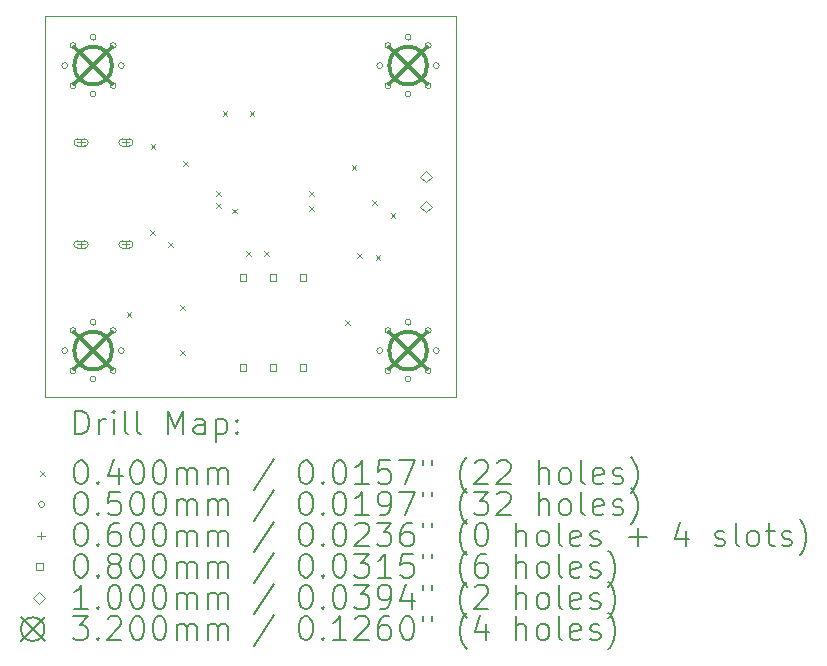
<source format=gbr>
%TF.GenerationSoftware,KiCad,Pcbnew,8.0.2*%
%TF.CreationDate,2024-06-03T19:44:42-07:00*%
%TF.ProjectId,SNES_USB_C_power,534e4553-5f55-4534-925f-435f706f7765,A*%
%TF.SameCoordinates,Original*%
%TF.FileFunction,Drillmap*%
%TF.FilePolarity,Positive*%
%FSLAX45Y45*%
G04 Gerber Fmt 4.5, Leading zero omitted, Abs format (unit mm)*
G04 Created by KiCad (PCBNEW 8.0.2) date 2024-06-03 19:44:42*
%MOMM*%
%LPD*%
G01*
G04 APERTURE LIST*
%ADD10C,0.050000*%
%ADD11C,0.200000*%
%ADD12C,0.100000*%
%ADD13C,0.320000*%
G04 APERTURE END LIST*
D10*
X14171200Y-9489350D02*
X17651000Y-9489350D01*
X17651000Y-12715150D01*
X14171200Y-12715150D01*
X14171200Y-9489350D01*
D11*
D12*
X14864400Y-11994200D02*
X14904400Y-12034200D01*
X14904400Y-11994200D02*
X14864400Y-12034200D01*
X15065600Y-11298150D02*
X15105600Y-11338150D01*
X15105600Y-11298150D02*
X15065600Y-11338150D01*
X15067600Y-10571800D02*
X15107600Y-10611800D01*
X15107600Y-10571800D02*
X15067600Y-10611800D01*
X15218000Y-11399750D02*
X15258000Y-11439750D01*
X15258000Y-11399750D02*
X15218000Y-11439750D01*
X15319600Y-11933150D02*
X15359600Y-11973150D01*
X15359600Y-11933150D02*
X15319600Y-11973150D01*
X15319600Y-12314150D02*
X15359600Y-12354150D01*
X15359600Y-12314150D02*
X15319600Y-12354150D01*
X15345000Y-10713950D02*
X15385000Y-10753950D01*
X15385000Y-10713950D02*
X15345000Y-10753950D01*
X15624400Y-10967950D02*
X15664400Y-11007950D01*
X15664400Y-10967950D02*
X15624400Y-11007950D01*
X15624400Y-11069550D02*
X15664400Y-11109550D01*
X15664400Y-11069550D02*
X15624400Y-11109550D01*
X15677200Y-10292400D02*
X15717200Y-10332400D01*
X15717200Y-10292400D02*
X15677200Y-10332400D01*
X15760100Y-11117450D02*
X15800100Y-11157450D01*
X15800100Y-11117450D02*
X15760100Y-11157450D01*
X15878400Y-11475950D02*
X15918400Y-11515950D01*
X15918400Y-11475950D02*
X15878400Y-11515950D01*
X15905800Y-10292400D02*
X15945800Y-10332400D01*
X15945800Y-10292400D02*
X15905800Y-10332400D01*
X16030800Y-11475950D02*
X16070800Y-11515950D01*
X16070800Y-11475950D02*
X16030800Y-11515950D01*
X16411800Y-10967950D02*
X16451800Y-11007950D01*
X16451800Y-10967950D02*
X16411800Y-11007950D01*
X16411800Y-11094950D02*
X16451800Y-11134950D01*
X16451800Y-11094950D02*
X16411800Y-11134950D01*
X16716600Y-12060150D02*
X16756600Y-12100150D01*
X16756600Y-12060150D02*
X16716600Y-12100150D01*
X16769400Y-10749600D02*
X16809400Y-10789600D01*
X16809400Y-10749600D02*
X16769400Y-10789600D01*
X16818200Y-11492550D02*
X16858200Y-11532550D01*
X16858200Y-11492550D02*
X16818200Y-11532550D01*
X16945200Y-11044150D02*
X16985200Y-11084150D01*
X16985200Y-11044150D02*
X16945200Y-11084150D01*
X16972600Y-11511600D02*
X17012600Y-11551600D01*
X17012600Y-11511600D02*
X16972600Y-11551600D01*
X17099600Y-11156000D02*
X17139600Y-11196000D01*
X17139600Y-11156000D02*
X17099600Y-11196000D01*
X14364600Y-9906000D02*
G75*
G02*
X14314600Y-9906000I-25000J0D01*
G01*
X14314600Y-9906000D02*
G75*
G02*
X14364600Y-9906000I25000J0D01*
G01*
X14364600Y-12319000D02*
G75*
G02*
X14314600Y-12319000I-25000J0D01*
G01*
X14314600Y-12319000D02*
G75*
G02*
X14364600Y-12319000I25000J0D01*
G01*
X14434894Y-9736294D02*
G75*
G02*
X14384894Y-9736294I-25000J0D01*
G01*
X14384894Y-9736294D02*
G75*
G02*
X14434894Y-9736294I25000J0D01*
G01*
X14434894Y-10075706D02*
G75*
G02*
X14384894Y-10075706I-25000J0D01*
G01*
X14384894Y-10075706D02*
G75*
G02*
X14434894Y-10075706I25000J0D01*
G01*
X14434894Y-12149294D02*
G75*
G02*
X14384894Y-12149294I-25000J0D01*
G01*
X14384894Y-12149294D02*
G75*
G02*
X14434894Y-12149294I25000J0D01*
G01*
X14434894Y-12488706D02*
G75*
G02*
X14384894Y-12488706I-25000J0D01*
G01*
X14384894Y-12488706D02*
G75*
G02*
X14434894Y-12488706I25000J0D01*
G01*
X14604600Y-9666000D02*
G75*
G02*
X14554600Y-9666000I-25000J0D01*
G01*
X14554600Y-9666000D02*
G75*
G02*
X14604600Y-9666000I25000J0D01*
G01*
X14604600Y-10146000D02*
G75*
G02*
X14554600Y-10146000I-25000J0D01*
G01*
X14554600Y-10146000D02*
G75*
G02*
X14604600Y-10146000I25000J0D01*
G01*
X14604600Y-12079000D02*
G75*
G02*
X14554600Y-12079000I-25000J0D01*
G01*
X14554600Y-12079000D02*
G75*
G02*
X14604600Y-12079000I25000J0D01*
G01*
X14604600Y-12559000D02*
G75*
G02*
X14554600Y-12559000I-25000J0D01*
G01*
X14554600Y-12559000D02*
G75*
G02*
X14604600Y-12559000I25000J0D01*
G01*
X14774306Y-9736294D02*
G75*
G02*
X14724306Y-9736294I-25000J0D01*
G01*
X14724306Y-9736294D02*
G75*
G02*
X14774306Y-9736294I25000J0D01*
G01*
X14774306Y-10075706D02*
G75*
G02*
X14724306Y-10075706I-25000J0D01*
G01*
X14724306Y-10075706D02*
G75*
G02*
X14774306Y-10075706I25000J0D01*
G01*
X14774306Y-12149294D02*
G75*
G02*
X14724306Y-12149294I-25000J0D01*
G01*
X14724306Y-12149294D02*
G75*
G02*
X14774306Y-12149294I25000J0D01*
G01*
X14774306Y-12488706D02*
G75*
G02*
X14724306Y-12488706I-25000J0D01*
G01*
X14724306Y-12488706D02*
G75*
G02*
X14774306Y-12488706I25000J0D01*
G01*
X14844600Y-9906000D02*
G75*
G02*
X14794600Y-9906000I-25000J0D01*
G01*
X14794600Y-9906000D02*
G75*
G02*
X14844600Y-9906000I25000J0D01*
G01*
X14844600Y-12319000D02*
G75*
G02*
X14794600Y-12319000I-25000J0D01*
G01*
X14794600Y-12319000D02*
G75*
G02*
X14844600Y-12319000I25000J0D01*
G01*
X17031600Y-9906000D02*
G75*
G02*
X16981600Y-9906000I-25000J0D01*
G01*
X16981600Y-9906000D02*
G75*
G02*
X17031600Y-9906000I25000J0D01*
G01*
X17031600Y-12319000D02*
G75*
G02*
X16981600Y-12319000I-25000J0D01*
G01*
X16981600Y-12319000D02*
G75*
G02*
X17031600Y-12319000I25000J0D01*
G01*
X17101894Y-9736294D02*
G75*
G02*
X17051894Y-9736294I-25000J0D01*
G01*
X17051894Y-9736294D02*
G75*
G02*
X17101894Y-9736294I25000J0D01*
G01*
X17101894Y-10075706D02*
G75*
G02*
X17051894Y-10075706I-25000J0D01*
G01*
X17051894Y-10075706D02*
G75*
G02*
X17101894Y-10075706I25000J0D01*
G01*
X17101894Y-12149294D02*
G75*
G02*
X17051894Y-12149294I-25000J0D01*
G01*
X17051894Y-12149294D02*
G75*
G02*
X17101894Y-12149294I25000J0D01*
G01*
X17101894Y-12488706D02*
G75*
G02*
X17051894Y-12488706I-25000J0D01*
G01*
X17051894Y-12488706D02*
G75*
G02*
X17101894Y-12488706I25000J0D01*
G01*
X17271600Y-9666000D02*
G75*
G02*
X17221600Y-9666000I-25000J0D01*
G01*
X17221600Y-9666000D02*
G75*
G02*
X17271600Y-9666000I25000J0D01*
G01*
X17271600Y-10146000D02*
G75*
G02*
X17221600Y-10146000I-25000J0D01*
G01*
X17221600Y-10146000D02*
G75*
G02*
X17271600Y-10146000I25000J0D01*
G01*
X17271600Y-12079000D02*
G75*
G02*
X17221600Y-12079000I-25000J0D01*
G01*
X17221600Y-12079000D02*
G75*
G02*
X17271600Y-12079000I25000J0D01*
G01*
X17271600Y-12559000D02*
G75*
G02*
X17221600Y-12559000I-25000J0D01*
G01*
X17221600Y-12559000D02*
G75*
G02*
X17271600Y-12559000I25000J0D01*
G01*
X17441306Y-9736294D02*
G75*
G02*
X17391306Y-9736294I-25000J0D01*
G01*
X17391306Y-9736294D02*
G75*
G02*
X17441306Y-9736294I25000J0D01*
G01*
X17441306Y-10075706D02*
G75*
G02*
X17391306Y-10075706I-25000J0D01*
G01*
X17391306Y-10075706D02*
G75*
G02*
X17441306Y-10075706I25000J0D01*
G01*
X17441306Y-12149294D02*
G75*
G02*
X17391306Y-12149294I-25000J0D01*
G01*
X17391306Y-12149294D02*
G75*
G02*
X17441306Y-12149294I25000J0D01*
G01*
X17441306Y-12488706D02*
G75*
G02*
X17391306Y-12488706I-25000J0D01*
G01*
X17391306Y-12488706D02*
G75*
G02*
X17441306Y-12488706I25000J0D01*
G01*
X17511600Y-9906000D02*
G75*
G02*
X17461600Y-9906000I-25000J0D01*
G01*
X17461600Y-9906000D02*
G75*
G02*
X17511600Y-9906000I25000J0D01*
G01*
X17511600Y-12319000D02*
G75*
G02*
X17461600Y-12319000I-25000J0D01*
G01*
X17461600Y-12319000D02*
G75*
G02*
X17511600Y-12319000I25000J0D01*
G01*
X14478000Y-10525950D02*
X14478000Y-10585950D01*
X14448000Y-10555950D02*
X14508000Y-10555950D01*
X14508000Y-10525950D02*
X14448000Y-10525950D01*
X14448000Y-10585950D02*
G75*
G02*
X14448000Y-10525950I0J30000D01*
G01*
X14448000Y-10585950D02*
X14508000Y-10585950D01*
X14508000Y-10585950D02*
G75*
G03*
X14508000Y-10525950I0J30000D01*
G01*
X14478000Y-11389950D02*
X14478000Y-11449950D01*
X14448000Y-11419950D02*
X14508000Y-11419950D01*
X14508000Y-11389950D02*
X14448000Y-11389950D01*
X14448000Y-11449950D02*
G75*
G02*
X14448000Y-11389950I0J30000D01*
G01*
X14448000Y-11449950D02*
X14508000Y-11449950D01*
X14508000Y-11449950D02*
G75*
G03*
X14508000Y-11389950I0J30000D01*
G01*
X14858000Y-10525950D02*
X14858000Y-10585950D01*
X14828000Y-10555950D02*
X14888000Y-10555950D01*
X14888000Y-10525950D02*
X14828000Y-10525950D01*
X14828000Y-10585950D02*
G75*
G02*
X14828000Y-10525950I0J30000D01*
G01*
X14828000Y-10585950D02*
X14888000Y-10585950D01*
X14888000Y-10585950D02*
G75*
G03*
X14888000Y-10525950I0J30000D01*
G01*
X14858000Y-11389950D02*
X14858000Y-11449950D01*
X14828000Y-11419950D02*
X14888000Y-11419950D01*
X14888000Y-11389950D02*
X14828000Y-11389950D01*
X14828000Y-11449950D02*
G75*
G02*
X14828000Y-11389950I0J30000D01*
G01*
X14828000Y-11449950D02*
X14888000Y-11449950D01*
X14888000Y-11449950D02*
G75*
G03*
X14888000Y-11389950I0J30000D01*
G01*
X15877384Y-11728934D02*
X15877384Y-11672365D01*
X15820815Y-11672365D01*
X15820815Y-11728934D01*
X15877384Y-11728934D01*
X15877384Y-12490934D02*
X15877384Y-12434365D01*
X15820815Y-12434365D01*
X15820815Y-12490934D01*
X15877384Y-12490934D01*
X16131384Y-11728934D02*
X16131384Y-11672365D01*
X16074815Y-11672365D01*
X16074815Y-11728934D01*
X16131384Y-11728934D01*
X16131384Y-12490934D02*
X16131384Y-12434365D01*
X16074815Y-12434365D01*
X16074815Y-12490934D01*
X16131384Y-12490934D01*
X16385384Y-11728934D02*
X16385384Y-11672365D01*
X16328815Y-11672365D01*
X16328815Y-11728934D01*
X16385384Y-11728934D01*
X16385384Y-12490934D02*
X16385384Y-12434365D01*
X16328815Y-12434365D01*
X16328815Y-12490934D01*
X16385384Y-12490934D01*
X17399000Y-10895300D02*
X17449000Y-10845300D01*
X17399000Y-10795300D01*
X17349000Y-10845300D01*
X17399000Y-10895300D01*
X17399000Y-11149300D02*
X17449000Y-11099300D01*
X17399000Y-11049300D01*
X17349000Y-11099300D01*
X17399000Y-11149300D01*
D13*
X14419600Y-9746000D02*
X14739600Y-10066000D01*
X14739600Y-9746000D02*
X14419600Y-10066000D01*
X14739600Y-9906000D02*
G75*
G02*
X14419600Y-9906000I-160000J0D01*
G01*
X14419600Y-9906000D02*
G75*
G02*
X14739600Y-9906000I160000J0D01*
G01*
X14419600Y-12159000D02*
X14739600Y-12479000D01*
X14739600Y-12159000D02*
X14419600Y-12479000D01*
X14739600Y-12319000D02*
G75*
G02*
X14419600Y-12319000I-160000J0D01*
G01*
X14419600Y-12319000D02*
G75*
G02*
X14739600Y-12319000I160000J0D01*
G01*
X17086600Y-9746000D02*
X17406600Y-10066000D01*
X17406600Y-9746000D02*
X17086600Y-10066000D01*
X17406600Y-9906000D02*
G75*
G02*
X17086600Y-9906000I-160000J0D01*
G01*
X17086600Y-9906000D02*
G75*
G02*
X17406600Y-9906000I160000J0D01*
G01*
X17086600Y-12159000D02*
X17406600Y-12479000D01*
X17406600Y-12159000D02*
X17086600Y-12479000D01*
X17406600Y-12319000D02*
G75*
G02*
X17086600Y-12319000I-160000J0D01*
G01*
X17086600Y-12319000D02*
G75*
G02*
X17406600Y-12319000I160000J0D01*
G01*
D11*
X14429477Y-13029134D02*
X14429477Y-12829134D01*
X14429477Y-12829134D02*
X14477096Y-12829134D01*
X14477096Y-12829134D02*
X14505667Y-12838658D01*
X14505667Y-12838658D02*
X14524715Y-12857705D01*
X14524715Y-12857705D02*
X14534239Y-12876753D01*
X14534239Y-12876753D02*
X14543762Y-12914848D01*
X14543762Y-12914848D02*
X14543762Y-12943419D01*
X14543762Y-12943419D02*
X14534239Y-12981515D01*
X14534239Y-12981515D02*
X14524715Y-13000562D01*
X14524715Y-13000562D02*
X14505667Y-13019610D01*
X14505667Y-13019610D02*
X14477096Y-13029134D01*
X14477096Y-13029134D02*
X14429477Y-13029134D01*
X14629477Y-13029134D02*
X14629477Y-12895800D01*
X14629477Y-12933896D02*
X14639001Y-12914848D01*
X14639001Y-12914848D02*
X14648524Y-12905324D01*
X14648524Y-12905324D02*
X14667572Y-12895800D01*
X14667572Y-12895800D02*
X14686620Y-12895800D01*
X14753286Y-13029134D02*
X14753286Y-12895800D01*
X14753286Y-12829134D02*
X14743762Y-12838658D01*
X14743762Y-12838658D02*
X14753286Y-12848181D01*
X14753286Y-12848181D02*
X14762810Y-12838658D01*
X14762810Y-12838658D02*
X14753286Y-12829134D01*
X14753286Y-12829134D02*
X14753286Y-12848181D01*
X14877096Y-13029134D02*
X14858048Y-13019610D01*
X14858048Y-13019610D02*
X14848524Y-13000562D01*
X14848524Y-13000562D02*
X14848524Y-12829134D01*
X14981858Y-13029134D02*
X14962810Y-13019610D01*
X14962810Y-13019610D02*
X14953286Y-13000562D01*
X14953286Y-13000562D02*
X14953286Y-12829134D01*
X15210429Y-13029134D02*
X15210429Y-12829134D01*
X15210429Y-12829134D02*
X15277096Y-12971991D01*
X15277096Y-12971991D02*
X15343762Y-12829134D01*
X15343762Y-12829134D02*
X15343762Y-13029134D01*
X15524715Y-13029134D02*
X15524715Y-12924372D01*
X15524715Y-12924372D02*
X15515191Y-12905324D01*
X15515191Y-12905324D02*
X15496143Y-12895800D01*
X15496143Y-12895800D02*
X15458048Y-12895800D01*
X15458048Y-12895800D02*
X15439001Y-12905324D01*
X15524715Y-13019610D02*
X15505667Y-13029134D01*
X15505667Y-13029134D02*
X15458048Y-13029134D01*
X15458048Y-13029134D02*
X15439001Y-13019610D01*
X15439001Y-13019610D02*
X15429477Y-13000562D01*
X15429477Y-13000562D02*
X15429477Y-12981515D01*
X15429477Y-12981515D02*
X15439001Y-12962467D01*
X15439001Y-12962467D02*
X15458048Y-12952943D01*
X15458048Y-12952943D02*
X15505667Y-12952943D01*
X15505667Y-12952943D02*
X15524715Y-12943419D01*
X15619953Y-12895800D02*
X15619953Y-13095800D01*
X15619953Y-12905324D02*
X15639001Y-12895800D01*
X15639001Y-12895800D02*
X15677096Y-12895800D01*
X15677096Y-12895800D02*
X15696143Y-12905324D01*
X15696143Y-12905324D02*
X15705667Y-12914848D01*
X15705667Y-12914848D02*
X15715191Y-12933896D01*
X15715191Y-12933896D02*
X15715191Y-12991038D01*
X15715191Y-12991038D02*
X15705667Y-13010086D01*
X15705667Y-13010086D02*
X15696143Y-13019610D01*
X15696143Y-13019610D02*
X15677096Y-13029134D01*
X15677096Y-13029134D02*
X15639001Y-13029134D01*
X15639001Y-13029134D02*
X15619953Y-13019610D01*
X15800905Y-13010086D02*
X15810429Y-13019610D01*
X15810429Y-13019610D02*
X15800905Y-13029134D01*
X15800905Y-13029134D02*
X15791382Y-13019610D01*
X15791382Y-13019610D02*
X15800905Y-13010086D01*
X15800905Y-13010086D02*
X15800905Y-13029134D01*
X15800905Y-12905324D02*
X15810429Y-12914848D01*
X15810429Y-12914848D02*
X15800905Y-12924372D01*
X15800905Y-12924372D02*
X15791382Y-12914848D01*
X15791382Y-12914848D02*
X15800905Y-12905324D01*
X15800905Y-12905324D02*
X15800905Y-12924372D01*
D12*
X14128700Y-13337650D02*
X14168700Y-13377650D01*
X14168700Y-13337650D02*
X14128700Y-13377650D01*
D11*
X14467572Y-13249134D02*
X14486620Y-13249134D01*
X14486620Y-13249134D02*
X14505667Y-13258658D01*
X14505667Y-13258658D02*
X14515191Y-13268181D01*
X14515191Y-13268181D02*
X14524715Y-13287229D01*
X14524715Y-13287229D02*
X14534239Y-13325324D01*
X14534239Y-13325324D02*
X14534239Y-13372943D01*
X14534239Y-13372943D02*
X14524715Y-13411038D01*
X14524715Y-13411038D02*
X14515191Y-13430086D01*
X14515191Y-13430086D02*
X14505667Y-13439610D01*
X14505667Y-13439610D02*
X14486620Y-13449134D01*
X14486620Y-13449134D02*
X14467572Y-13449134D01*
X14467572Y-13449134D02*
X14448524Y-13439610D01*
X14448524Y-13439610D02*
X14439001Y-13430086D01*
X14439001Y-13430086D02*
X14429477Y-13411038D01*
X14429477Y-13411038D02*
X14419953Y-13372943D01*
X14419953Y-13372943D02*
X14419953Y-13325324D01*
X14419953Y-13325324D02*
X14429477Y-13287229D01*
X14429477Y-13287229D02*
X14439001Y-13268181D01*
X14439001Y-13268181D02*
X14448524Y-13258658D01*
X14448524Y-13258658D02*
X14467572Y-13249134D01*
X14619953Y-13430086D02*
X14629477Y-13439610D01*
X14629477Y-13439610D02*
X14619953Y-13449134D01*
X14619953Y-13449134D02*
X14610429Y-13439610D01*
X14610429Y-13439610D02*
X14619953Y-13430086D01*
X14619953Y-13430086D02*
X14619953Y-13449134D01*
X14800905Y-13315800D02*
X14800905Y-13449134D01*
X14753286Y-13239610D02*
X14705667Y-13382467D01*
X14705667Y-13382467D02*
X14829477Y-13382467D01*
X14943762Y-13249134D02*
X14962810Y-13249134D01*
X14962810Y-13249134D02*
X14981858Y-13258658D01*
X14981858Y-13258658D02*
X14991382Y-13268181D01*
X14991382Y-13268181D02*
X15000905Y-13287229D01*
X15000905Y-13287229D02*
X15010429Y-13325324D01*
X15010429Y-13325324D02*
X15010429Y-13372943D01*
X15010429Y-13372943D02*
X15000905Y-13411038D01*
X15000905Y-13411038D02*
X14991382Y-13430086D01*
X14991382Y-13430086D02*
X14981858Y-13439610D01*
X14981858Y-13439610D02*
X14962810Y-13449134D01*
X14962810Y-13449134D02*
X14943762Y-13449134D01*
X14943762Y-13449134D02*
X14924715Y-13439610D01*
X14924715Y-13439610D02*
X14915191Y-13430086D01*
X14915191Y-13430086D02*
X14905667Y-13411038D01*
X14905667Y-13411038D02*
X14896143Y-13372943D01*
X14896143Y-13372943D02*
X14896143Y-13325324D01*
X14896143Y-13325324D02*
X14905667Y-13287229D01*
X14905667Y-13287229D02*
X14915191Y-13268181D01*
X14915191Y-13268181D02*
X14924715Y-13258658D01*
X14924715Y-13258658D02*
X14943762Y-13249134D01*
X15134239Y-13249134D02*
X15153286Y-13249134D01*
X15153286Y-13249134D02*
X15172334Y-13258658D01*
X15172334Y-13258658D02*
X15181858Y-13268181D01*
X15181858Y-13268181D02*
X15191382Y-13287229D01*
X15191382Y-13287229D02*
X15200905Y-13325324D01*
X15200905Y-13325324D02*
X15200905Y-13372943D01*
X15200905Y-13372943D02*
X15191382Y-13411038D01*
X15191382Y-13411038D02*
X15181858Y-13430086D01*
X15181858Y-13430086D02*
X15172334Y-13439610D01*
X15172334Y-13439610D02*
X15153286Y-13449134D01*
X15153286Y-13449134D02*
X15134239Y-13449134D01*
X15134239Y-13449134D02*
X15115191Y-13439610D01*
X15115191Y-13439610D02*
X15105667Y-13430086D01*
X15105667Y-13430086D02*
X15096143Y-13411038D01*
X15096143Y-13411038D02*
X15086620Y-13372943D01*
X15086620Y-13372943D02*
X15086620Y-13325324D01*
X15086620Y-13325324D02*
X15096143Y-13287229D01*
X15096143Y-13287229D02*
X15105667Y-13268181D01*
X15105667Y-13268181D02*
X15115191Y-13258658D01*
X15115191Y-13258658D02*
X15134239Y-13249134D01*
X15286620Y-13449134D02*
X15286620Y-13315800D01*
X15286620Y-13334848D02*
X15296143Y-13325324D01*
X15296143Y-13325324D02*
X15315191Y-13315800D01*
X15315191Y-13315800D02*
X15343763Y-13315800D01*
X15343763Y-13315800D02*
X15362810Y-13325324D01*
X15362810Y-13325324D02*
X15372334Y-13344372D01*
X15372334Y-13344372D02*
X15372334Y-13449134D01*
X15372334Y-13344372D02*
X15381858Y-13325324D01*
X15381858Y-13325324D02*
X15400905Y-13315800D01*
X15400905Y-13315800D02*
X15429477Y-13315800D01*
X15429477Y-13315800D02*
X15448524Y-13325324D01*
X15448524Y-13325324D02*
X15458048Y-13344372D01*
X15458048Y-13344372D02*
X15458048Y-13449134D01*
X15553286Y-13449134D02*
X15553286Y-13315800D01*
X15553286Y-13334848D02*
X15562810Y-13325324D01*
X15562810Y-13325324D02*
X15581858Y-13315800D01*
X15581858Y-13315800D02*
X15610429Y-13315800D01*
X15610429Y-13315800D02*
X15629477Y-13325324D01*
X15629477Y-13325324D02*
X15639001Y-13344372D01*
X15639001Y-13344372D02*
X15639001Y-13449134D01*
X15639001Y-13344372D02*
X15648524Y-13325324D01*
X15648524Y-13325324D02*
X15667572Y-13315800D01*
X15667572Y-13315800D02*
X15696143Y-13315800D01*
X15696143Y-13315800D02*
X15715191Y-13325324D01*
X15715191Y-13325324D02*
X15724715Y-13344372D01*
X15724715Y-13344372D02*
X15724715Y-13449134D01*
X16115191Y-13239610D02*
X15943763Y-13496753D01*
X16372334Y-13249134D02*
X16391382Y-13249134D01*
X16391382Y-13249134D02*
X16410429Y-13258658D01*
X16410429Y-13258658D02*
X16419953Y-13268181D01*
X16419953Y-13268181D02*
X16429477Y-13287229D01*
X16429477Y-13287229D02*
X16439001Y-13325324D01*
X16439001Y-13325324D02*
X16439001Y-13372943D01*
X16439001Y-13372943D02*
X16429477Y-13411038D01*
X16429477Y-13411038D02*
X16419953Y-13430086D01*
X16419953Y-13430086D02*
X16410429Y-13439610D01*
X16410429Y-13439610D02*
X16391382Y-13449134D01*
X16391382Y-13449134D02*
X16372334Y-13449134D01*
X16372334Y-13449134D02*
X16353286Y-13439610D01*
X16353286Y-13439610D02*
X16343763Y-13430086D01*
X16343763Y-13430086D02*
X16334239Y-13411038D01*
X16334239Y-13411038D02*
X16324715Y-13372943D01*
X16324715Y-13372943D02*
X16324715Y-13325324D01*
X16324715Y-13325324D02*
X16334239Y-13287229D01*
X16334239Y-13287229D02*
X16343763Y-13268181D01*
X16343763Y-13268181D02*
X16353286Y-13258658D01*
X16353286Y-13258658D02*
X16372334Y-13249134D01*
X16524715Y-13430086D02*
X16534239Y-13439610D01*
X16534239Y-13439610D02*
X16524715Y-13449134D01*
X16524715Y-13449134D02*
X16515191Y-13439610D01*
X16515191Y-13439610D02*
X16524715Y-13430086D01*
X16524715Y-13430086D02*
X16524715Y-13449134D01*
X16658048Y-13249134D02*
X16677096Y-13249134D01*
X16677096Y-13249134D02*
X16696144Y-13258658D01*
X16696144Y-13258658D02*
X16705667Y-13268181D01*
X16705667Y-13268181D02*
X16715191Y-13287229D01*
X16715191Y-13287229D02*
X16724715Y-13325324D01*
X16724715Y-13325324D02*
X16724715Y-13372943D01*
X16724715Y-13372943D02*
X16715191Y-13411038D01*
X16715191Y-13411038D02*
X16705667Y-13430086D01*
X16705667Y-13430086D02*
X16696144Y-13439610D01*
X16696144Y-13439610D02*
X16677096Y-13449134D01*
X16677096Y-13449134D02*
X16658048Y-13449134D01*
X16658048Y-13449134D02*
X16639001Y-13439610D01*
X16639001Y-13439610D02*
X16629477Y-13430086D01*
X16629477Y-13430086D02*
X16619953Y-13411038D01*
X16619953Y-13411038D02*
X16610429Y-13372943D01*
X16610429Y-13372943D02*
X16610429Y-13325324D01*
X16610429Y-13325324D02*
X16619953Y-13287229D01*
X16619953Y-13287229D02*
X16629477Y-13268181D01*
X16629477Y-13268181D02*
X16639001Y-13258658D01*
X16639001Y-13258658D02*
X16658048Y-13249134D01*
X16915191Y-13449134D02*
X16800906Y-13449134D01*
X16858048Y-13449134D02*
X16858048Y-13249134D01*
X16858048Y-13249134D02*
X16839001Y-13277705D01*
X16839001Y-13277705D02*
X16819953Y-13296753D01*
X16819953Y-13296753D02*
X16800906Y-13306277D01*
X17096144Y-13249134D02*
X17000906Y-13249134D01*
X17000906Y-13249134D02*
X16991382Y-13344372D01*
X16991382Y-13344372D02*
X17000906Y-13334848D01*
X17000906Y-13334848D02*
X17019953Y-13325324D01*
X17019953Y-13325324D02*
X17067572Y-13325324D01*
X17067572Y-13325324D02*
X17086620Y-13334848D01*
X17086620Y-13334848D02*
X17096144Y-13344372D01*
X17096144Y-13344372D02*
X17105668Y-13363419D01*
X17105668Y-13363419D02*
X17105668Y-13411038D01*
X17105668Y-13411038D02*
X17096144Y-13430086D01*
X17096144Y-13430086D02*
X17086620Y-13439610D01*
X17086620Y-13439610D02*
X17067572Y-13449134D01*
X17067572Y-13449134D02*
X17019953Y-13449134D01*
X17019953Y-13449134D02*
X17000906Y-13439610D01*
X17000906Y-13439610D02*
X16991382Y-13430086D01*
X17172334Y-13249134D02*
X17305668Y-13249134D01*
X17305668Y-13249134D02*
X17219953Y-13449134D01*
X17372334Y-13249134D02*
X17372334Y-13287229D01*
X17448525Y-13249134D02*
X17448525Y-13287229D01*
X17743763Y-13525324D02*
X17734239Y-13515800D01*
X17734239Y-13515800D02*
X17715191Y-13487229D01*
X17715191Y-13487229D02*
X17705668Y-13468181D01*
X17705668Y-13468181D02*
X17696144Y-13439610D01*
X17696144Y-13439610D02*
X17686620Y-13391991D01*
X17686620Y-13391991D02*
X17686620Y-13353896D01*
X17686620Y-13353896D02*
X17696144Y-13306277D01*
X17696144Y-13306277D02*
X17705668Y-13277705D01*
X17705668Y-13277705D02*
X17715191Y-13258658D01*
X17715191Y-13258658D02*
X17734239Y-13230086D01*
X17734239Y-13230086D02*
X17743763Y-13220562D01*
X17810430Y-13268181D02*
X17819953Y-13258658D01*
X17819953Y-13258658D02*
X17839001Y-13249134D01*
X17839001Y-13249134D02*
X17886620Y-13249134D01*
X17886620Y-13249134D02*
X17905668Y-13258658D01*
X17905668Y-13258658D02*
X17915191Y-13268181D01*
X17915191Y-13268181D02*
X17924715Y-13287229D01*
X17924715Y-13287229D02*
X17924715Y-13306277D01*
X17924715Y-13306277D02*
X17915191Y-13334848D01*
X17915191Y-13334848D02*
X17800906Y-13449134D01*
X17800906Y-13449134D02*
X17924715Y-13449134D01*
X18000906Y-13268181D02*
X18010430Y-13258658D01*
X18010430Y-13258658D02*
X18029477Y-13249134D01*
X18029477Y-13249134D02*
X18077096Y-13249134D01*
X18077096Y-13249134D02*
X18096144Y-13258658D01*
X18096144Y-13258658D02*
X18105668Y-13268181D01*
X18105668Y-13268181D02*
X18115191Y-13287229D01*
X18115191Y-13287229D02*
X18115191Y-13306277D01*
X18115191Y-13306277D02*
X18105668Y-13334848D01*
X18105668Y-13334848D02*
X17991382Y-13449134D01*
X17991382Y-13449134D02*
X18115191Y-13449134D01*
X18353287Y-13449134D02*
X18353287Y-13249134D01*
X18439001Y-13449134D02*
X18439001Y-13344372D01*
X18439001Y-13344372D02*
X18429477Y-13325324D01*
X18429477Y-13325324D02*
X18410430Y-13315800D01*
X18410430Y-13315800D02*
X18381858Y-13315800D01*
X18381858Y-13315800D02*
X18362811Y-13325324D01*
X18362811Y-13325324D02*
X18353287Y-13334848D01*
X18562811Y-13449134D02*
X18543763Y-13439610D01*
X18543763Y-13439610D02*
X18534239Y-13430086D01*
X18534239Y-13430086D02*
X18524715Y-13411038D01*
X18524715Y-13411038D02*
X18524715Y-13353896D01*
X18524715Y-13353896D02*
X18534239Y-13334848D01*
X18534239Y-13334848D02*
X18543763Y-13325324D01*
X18543763Y-13325324D02*
X18562811Y-13315800D01*
X18562811Y-13315800D02*
X18591382Y-13315800D01*
X18591382Y-13315800D02*
X18610430Y-13325324D01*
X18610430Y-13325324D02*
X18619953Y-13334848D01*
X18619953Y-13334848D02*
X18629477Y-13353896D01*
X18629477Y-13353896D02*
X18629477Y-13411038D01*
X18629477Y-13411038D02*
X18619953Y-13430086D01*
X18619953Y-13430086D02*
X18610430Y-13439610D01*
X18610430Y-13439610D02*
X18591382Y-13449134D01*
X18591382Y-13449134D02*
X18562811Y-13449134D01*
X18743763Y-13449134D02*
X18724715Y-13439610D01*
X18724715Y-13439610D02*
X18715192Y-13420562D01*
X18715192Y-13420562D02*
X18715192Y-13249134D01*
X18896144Y-13439610D02*
X18877096Y-13449134D01*
X18877096Y-13449134D02*
X18839001Y-13449134D01*
X18839001Y-13449134D02*
X18819953Y-13439610D01*
X18819953Y-13439610D02*
X18810430Y-13420562D01*
X18810430Y-13420562D02*
X18810430Y-13344372D01*
X18810430Y-13344372D02*
X18819953Y-13325324D01*
X18819953Y-13325324D02*
X18839001Y-13315800D01*
X18839001Y-13315800D02*
X18877096Y-13315800D01*
X18877096Y-13315800D02*
X18896144Y-13325324D01*
X18896144Y-13325324D02*
X18905668Y-13344372D01*
X18905668Y-13344372D02*
X18905668Y-13363419D01*
X18905668Y-13363419D02*
X18810430Y-13382467D01*
X18981858Y-13439610D02*
X19000906Y-13449134D01*
X19000906Y-13449134D02*
X19039001Y-13449134D01*
X19039001Y-13449134D02*
X19058049Y-13439610D01*
X19058049Y-13439610D02*
X19067573Y-13420562D01*
X19067573Y-13420562D02*
X19067573Y-13411038D01*
X19067573Y-13411038D02*
X19058049Y-13391991D01*
X19058049Y-13391991D02*
X19039001Y-13382467D01*
X19039001Y-13382467D02*
X19010430Y-13382467D01*
X19010430Y-13382467D02*
X18991382Y-13372943D01*
X18991382Y-13372943D02*
X18981858Y-13353896D01*
X18981858Y-13353896D02*
X18981858Y-13344372D01*
X18981858Y-13344372D02*
X18991382Y-13325324D01*
X18991382Y-13325324D02*
X19010430Y-13315800D01*
X19010430Y-13315800D02*
X19039001Y-13315800D01*
X19039001Y-13315800D02*
X19058049Y-13325324D01*
X19134239Y-13525324D02*
X19143763Y-13515800D01*
X19143763Y-13515800D02*
X19162811Y-13487229D01*
X19162811Y-13487229D02*
X19172334Y-13468181D01*
X19172334Y-13468181D02*
X19181858Y-13439610D01*
X19181858Y-13439610D02*
X19191382Y-13391991D01*
X19191382Y-13391991D02*
X19191382Y-13353896D01*
X19191382Y-13353896D02*
X19181858Y-13306277D01*
X19181858Y-13306277D02*
X19172334Y-13277705D01*
X19172334Y-13277705D02*
X19162811Y-13258658D01*
X19162811Y-13258658D02*
X19143763Y-13230086D01*
X19143763Y-13230086D02*
X19134239Y-13220562D01*
D12*
X14168700Y-13621650D02*
G75*
G02*
X14118700Y-13621650I-25000J0D01*
G01*
X14118700Y-13621650D02*
G75*
G02*
X14168700Y-13621650I25000J0D01*
G01*
D11*
X14467572Y-13513134D02*
X14486620Y-13513134D01*
X14486620Y-13513134D02*
X14505667Y-13522658D01*
X14505667Y-13522658D02*
X14515191Y-13532181D01*
X14515191Y-13532181D02*
X14524715Y-13551229D01*
X14524715Y-13551229D02*
X14534239Y-13589324D01*
X14534239Y-13589324D02*
X14534239Y-13636943D01*
X14534239Y-13636943D02*
X14524715Y-13675038D01*
X14524715Y-13675038D02*
X14515191Y-13694086D01*
X14515191Y-13694086D02*
X14505667Y-13703610D01*
X14505667Y-13703610D02*
X14486620Y-13713134D01*
X14486620Y-13713134D02*
X14467572Y-13713134D01*
X14467572Y-13713134D02*
X14448524Y-13703610D01*
X14448524Y-13703610D02*
X14439001Y-13694086D01*
X14439001Y-13694086D02*
X14429477Y-13675038D01*
X14429477Y-13675038D02*
X14419953Y-13636943D01*
X14419953Y-13636943D02*
X14419953Y-13589324D01*
X14419953Y-13589324D02*
X14429477Y-13551229D01*
X14429477Y-13551229D02*
X14439001Y-13532181D01*
X14439001Y-13532181D02*
X14448524Y-13522658D01*
X14448524Y-13522658D02*
X14467572Y-13513134D01*
X14619953Y-13694086D02*
X14629477Y-13703610D01*
X14629477Y-13703610D02*
X14619953Y-13713134D01*
X14619953Y-13713134D02*
X14610429Y-13703610D01*
X14610429Y-13703610D02*
X14619953Y-13694086D01*
X14619953Y-13694086D02*
X14619953Y-13713134D01*
X14810429Y-13513134D02*
X14715191Y-13513134D01*
X14715191Y-13513134D02*
X14705667Y-13608372D01*
X14705667Y-13608372D02*
X14715191Y-13598848D01*
X14715191Y-13598848D02*
X14734239Y-13589324D01*
X14734239Y-13589324D02*
X14781858Y-13589324D01*
X14781858Y-13589324D02*
X14800905Y-13598848D01*
X14800905Y-13598848D02*
X14810429Y-13608372D01*
X14810429Y-13608372D02*
X14819953Y-13627419D01*
X14819953Y-13627419D02*
X14819953Y-13675038D01*
X14819953Y-13675038D02*
X14810429Y-13694086D01*
X14810429Y-13694086D02*
X14800905Y-13703610D01*
X14800905Y-13703610D02*
X14781858Y-13713134D01*
X14781858Y-13713134D02*
X14734239Y-13713134D01*
X14734239Y-13713134D02*
X14715191Y-13703610D01*
X14715191Y-13703610D02*
X14705667Y-13694086D01*
X14943762Y-13513134D02*
X14962810Y-13513134D01*
X14962810Y-13513134D02*
X14981858Y-13522658D01*
X14981858Y-13522658D02*
X14991382Y-13532181D01*
X14991382Y-13532181D02*
X15000905Y-13551229D01*
X15000905Y-13551229D02*
X15010429Y-13589324D01*
X15010429Y-13589324D02*
X15010429Y-13636943D01*
X15010429Y-13636943D02*
X15000905Y-13675038D01*
X15000905Y-13675038D02*
X14991382Y-13694086D01*
X14991382Y-13694086D02*
X14981858Y-13703610D01*
X14981858Y-13703610D02*
X14962810Y-13713134D01*
X14962810Y-13713134D02*
X14943762Y-13713134D01*
X14943762Y-13713134D02*
X14924715Y-13703610D01*
X14924715Y-13703610D02*
X14915191Y-13694086D01*
X14915191Y-13694086D02*
X14905667Y-13675038D01*
X14905667Y-13675038D02*
X14896143Y-13636943D01*
X14896143Y-13636943D02*
X14896143Y-13589324D01*
X14896143Y-13589324D02*
X14905667Y-13551229D01*
X14905667Y-13551229D02*
X14915191Y-13532181D01*
X14915191Y-13532181D02*
X14924715Y-13522658D01*
X14924715Y-13522658D02*
X14943762Y-13513134D01*
X15134239Y-13513134D02*
X15153286Y-13513134D01*
X15153286Y-13513134D02*
X15172334Y-13522658D01*
X15172334Y-13522658D02*
X15181858Y-13532181D01*
X15181858Y-13532181D02*
X15191382Y-13551229D01*
X15191382Y-13551229D02*
X15200905Y-13589324D01*
X15200905Y-13589324D02*
X15200905Y-13636943D01*
X15200905Y-13636943D02*
X15191382Y-13675038D01*
X15191382Y-13675038D02*
X15181858Y-13694086D01*
X15181858Y-13694086D02*
X15172334Y-13703610D01*
X15172334Y-13703610D02*
X15153286Y-13713134D01*
X15153286Y-13713134D02*
X15134239Y-13713134D01*
X15134239Y-13713134D02*
X15115191Y-13703610D01*
X15115191Y-13703610D02*
X15105667Y-13694086D01*
X15105667Y-13694086D02*
X15096143Y-13675038D01*
X15096143Y-13675038D02*
X15086620Y-13636943D01*
X15086620Y-13636943D02*
X15086620Y-13589324D01*
X15086620Y-13589324D02*
X15096143Y-13551229D01*
X15096143Y-13551229D02*
X15105667Y-13532181D01*
X15105667Y-13532181D02*
X15115191Y-13522658D01*
X15115191Y-13522658D02*
X15134239Y-13513134D01*
X15286620Y-13713134D02*
X15286620Y-13579800D01*
X15286620Y-13598848D02*
X15296143Y-13589324D01*
X15296143Y-13589324D02*
X15315191Y-13579800D01*
X15315191Y-13579800D02*
X15343763Y-13579800D01*
X15343763Y-13579800D02*
X15362810Y-13589324D01*
X15362810Y-13589324D02*
X15372334Y-13608372D01*
X15372334Y-13608372D02*
X15372334Y-13713134D01*
X15372334Y-13608372D02*
X15381858Y-13589324D01*
X15381858Y-13589324D02*
X15400905Y-13579800D01*
X15400905Y-13579800D02*
X15429477Y-13579800D01*
X15429477Y-13579800D02*
X15448524Y-13589324D01*
X15448524Y-13589324D02*
X15458048Y-13608372D01*
X15458048Y-13608372D02*
X15458048Y-13713134D01*
X15553286Y-13713134D02*
X15553286Y-13579800D01*
X15553286Y-13598848D02*
X15562810Y-13589324D01*
X15562810Y-13589324D02*
X15581858Y-13579800D01*
X15581858Y-13579800D02*
X15610429Y-13579800D01*
X15610429Y-13579800D02*
X15629477Y-13589324D01*
X15629477Y-13589324D02*
X15639001Y-13608372D01*
X15639001Y-13608372D02*
X15639001Y-13713134D01*
X15639001Y-13608372D02*
X15648524Y-13589324D01*
X15648524Y-13589324D02*
X15667572Y-13579800D01*
X15667572Y-13579800D02*
X15696143Y-13579800D01*
X15696143Y-13579800D02*
X15715191Y-13589324D01*
X15715191Y-13589324D02*
X15724715Y-13608372D01*
X15724715Y-13608372D02*
X15724715Y-13713134D01*
X16115191Y-13503610D02*
X15943763Y-13760753D01*
X16372334Y-13513134D02*
X16391382Y-13513134D01*
X16391382Y-13513134D02*
X16410429Y-13522658D01*
X16410429Y-13522658D02*
X16419953Y-13532181D01*
X16419953Y-13532181D02*
X16429477Y-13551229D01*
X16429477Y-13551229D02*
X16439001Y-13589324D01*
X16439001Y-13589324D02*
X16439001Y-13636943D01*
X16439001Y-13636943D02*
X16429477Y-13675038D01*
X16429477Y-13675038D02*
X16419953Y-13694086D01*
X16419953Y-13694086D02*
X16410429Y-13703610D01*
X16410429Y-13703610D02*
X16391382Y-13713134D01*
X16391382Y-13713134D02*
X16372334Y-13713134D01*
X16372334Y-13713134D02*
X16353286Y-13703610D01*
X16353286Y-13703610D02*
X16343763Y-13694086D01*
X16343763Y-13694086D02*
X16334239Y-13675038D01*
X16334239Y-13675038D02*
X16324715Y-13636943D01*
X16324715Y-13636943D02*
X16324715Y-13589324D01*
X16324715Y-13589324D02*
X16334239Y-13551229D01*
X16334239Y-13551229D02*
X16343763Y-13532181D01*
X16343763Y-13532181D02*
X16353286Y-13522658D01*
X16353286Y-13522658D02*
X16372334Y-13513134D01*
X16524715Y-13694086D02*
X16534239Y-13703610D01*
X16534239Y-13703610D02*
X16524715Y-13713134D01*
X16524715Y-13713134D02*
X16515191Y-13703610D01*
X16515191Y-13703610D02*
X16524715Y-13694086D01*
X16524715Y-13694086D02*
X16524715Y-13713134D01*
X16658048Y-13513134D02*
X16677096Y-13513134D01*
X16677096Y-13513134D02*
X16696144Y-13522658D01*
X16696144Y-13522658D02*
X16705667Y-13532181D01*
X16705667Y-13532181D02*
X16715191Y-13551229D01*
X16715191Y-13551229D02*
X16724715Y-13589324D01*
X16724715Y-13589324D02*
X16724715Y-13636943D01*
X16724715Y-13636943D02*
X16715191Y-13675038D01*
X16715191Y-13675038D02*
X16705667Y-13694086D01*
X16705667Y-13694086D02*
X16696144Y-13703610D01*
X16696144Y-13703610D02*
X16677096Y-13713134D01*
X16677096Y-13713134D02*
X16658048Y-13713134D01*
X16658048Y-13713134D02*
X16639001Y-13703610D01*
X16639001Y-13703610D02*
X16629477Y-13694086D01*
X16629477Y-13694086D02*
X16619953Y-13675038D01*
X16619953Y-13675038D02*
X16610429Y-13636943D01*
X16610429Y-13636943D02*
X16610429Y-13589324D01*
X16610429Y-13589324D02*
X16619953Y-13551229D01*
X16619953Y-13551229D02*
X16629477Y-13532181D01*
X16629477Y-13532181D02*
X16639001Y-13522658D01*
X16639001Y-13522658D02*
X16658048Y-13513134D01*
X16915191Y-13713134D02*
X16800906Y-13713134D01*
X16858048Y-13713134D02*
X16858048Y-13513134D01*
X16858048Y-13513134D02*
X16839001Y-13541705D01*
X16839001Y-13541705D02*
X16819953Y-13560753D01*
X16819953Y-13560753D02*
X16800906Y-13570277D01*
X17010429Y-13713134D02*
X17048525Y-13713134D01*
X17048525Y-13713134D02*
X17067572Y-13703610D01*
X17067572Y-13703610D02*
X17077096Y-13694086D01*
X17077096Y-13694086D02*
X17096144Y-13665515D01*
X17096144Y-13665515D02*
X17105668Y-13627419D01*
X17105668Y-13627419D02*
X17105668Y-13551229D01*
X17105668Y-13551229D02*
X17096144Y-13532181D01*
X17096144Y-13532181D02*
X17086620Y-13522658D01*
X17086620Y-13522658D02*
X17067572Y-13513134D01*
X17067572Y-13513134D02*
X17029477Y-13513134D01*
X17029477Y-13513134D02*
X17010429Y-13522658D01*
X17010429Y-13522658D02*
X17000906Y-13532181D01*
X17000906Y-13532181D02*
X16991382Y-13551229D01*
X16991382Y-13551229D02*
X16991382Y-13598848D01*
X16991382Y-13598848D02*
X17000906Y-13617896D01*
X17000906Y-13617896D02*
X17010429Y-13627419D01*
X17010429Y-13627419D02*
X17029477Y-13636943D01*
X17029477Y-13636943D02*
X17067572Y-13636943D01*
X17067572Y-13636943D02*
X17086620Y-13627419D01*
X17086620Y-13627419D02*
X17096144Y-13617896D01*
X17096144Y-13617896D02*
X17105668Y-13598848D01*
X17172334Y-13513134D02*
X17305668Y-13513134D01*
X17305668Y-13513134D02*
X17219953Y-13713134D01*
X17372334Y-13513134D02*
X17372334Y-13551229D01*
X17448525Y-13513134D02*
X17448525Y-13551229D01*
X17743763Y-13789324D02*
X17734239Y-13779800D01*
X17734239Y-13779800D02*
X17715191Y-13751229D01*
X17715191Y-13751229D02*
X17705668Y-13732181D01*
X17705668Y-13732181D02*
X17696144Y-13703610D01*
X17696144Y-13703610D02*
X17686620Y-13655991D01*
X17686620Y-13655991D02*
X17686620Y-13617896D01*
X17686620Y-13617896D02*
X17696144Y-13570277D01*
X17696144Y-13570277D02*
X17705668Y-13541705D01*
X17705668Y-13541705D02*
X17715191Y-13522658D01*
X17715191Y-13522658D02*
X17734239Y-13494086D01*
X17734239Y-13494086D02*
X17743763Y-13484562D01*
X17800906Y-13513134D02*
X17924715Y-13513134D01*
X17924715Y-13513134D02*
X17858049Y-13589324D01*
X17858049Y-13589324D02*
X17886620Y-13589324D01*
X17886620Y-13589324D02*
X17905668Y-13598848D01*
X17905668Y-13598848D02*
X17915191Y-13608372D01*
X17915191Y-13608372D02*
X17924715Y-13627419D01*
X17924715Y-13627419D02*
X17924715Y-13675038D01*
X17924715Y-13675038D02*
X17915191Y-13694086D01*
X17915191Y-13694086D02*
X17905668Y-13703610D01*
X17905668Y-13703610D02*
X17886620Y-13713134D01*
X17886620Y-13713134D02*
X17829477Y-13713134D01*
X17829477Y-13713134D02*
X17810430Y-13703610D01*
X17810430Y-13703610D02*
X17800906Y-13694086D01*
X18000906Y-13532181D02*
X18010430Y-13522658D01*
X18010430Y-13522658D02*
X18029477Y-13513134D01*
X18029477Y-13513134D02*
X18077096Y-13513134D01*
X18077096Y-13513134D02*
X18096144Y-13522658D01*
X18096144Y-13522658D02*
X18105668Y-13532181D01*
X18105668Y-13532181D02*
X18115191Y-13551229D01*
X18115191Y-13551229D02*
X18115191Y-13570277D01*
X18115191Y-13570277D02*
X18105668Y-13598848D01*
X18105668Y-13598848D02*
X17991382Y-13713134D01*
X17991382Y-13713134D02*
X18115191Y-13713134D01*
X18353287Y-13713134D02*
X18353287Y-13513134D01*
X18439001Y-13713134D02*
X18439001Y-13608372D01*
X18439001Y-13608372D02*
X18429477Y-13589324D01*
X18429477Y-13589324D02*
X18410430Y-13579800D01*
X18410430Y-13579800D02*
X18381858Y-13579800D01*
X18381858Y-13579800D02*
X18362811Y-13589324D01*
X18362811Y-13589324D02*
X18353287Y-13598848D01*
X18562811Y-13713134D02*
X18543763Y-13703610D01*
X18543763Y-13703610D02*
X18534239Y-13694086D01*
X18534239Y-13694086D02*
X18524715Y-13675038D01*
X18524715Y-13675038D02*
X18524715Y-13617896D01*
X18524715Y-13617896D02*
X18534239Y-13598848D01*
X18534239Y-13598848D02*
X18543763Y-13589324D01*
X18543763Y-13589324D02*
X18562811Y-13579800D01*
X18562811Y-13579800D02*
X18591382Y-13579800D01*
X18591382Y-13579800D02*
X18610430Y-13589324D01*
X18610430Y-13589324D02*
X18619953Y-13598848D01*
X18619953Y-13598848D02*
X18629477Y-13617896D01*
X18629477Y-13617896D02*
X18629477Y-13675038D01*
X18629477Y-13675038D02*
X18619953Y-13694086D01*
X18619953Y-13694086D02*
X18610430Y-13703610D01*
X18610430Y-13703610D02*
X18591382Y-13713134D01*
X18591382Y-13713134D02*
X18562811Y-13713134D01*
X18743763Y-13713134D02*
X18724715Y-13703610D01*
X18724715Y-13703610D02*
X18715192Y-13684562D01*
X18715192Y-13684562D02*
X18715192Y-13513134D01*
X18896144Y-13703610D02*
X18877096Y-13713134D01*
X18877096Y-13713134D02*
X18839001Y-13713134D01*
X18839001Y-13713134D02*
X18819953Y-13703610D01*
X18819953Y-13703610D02*
X18810430Y-13684562D01*
X18810430Y-13684562D02*
X18810430Y-13608372D01*
X18810430Y-13608372D02*
X18819953Y-13589324D01*
X18819953Y-13589324D02*
X18839001Y-13579800D01*
X18839001Y-13579800D02*
X18877096Y-13579800D01*
X18877096Y-13579800D02*
X18896144Y-13589324D01*
X18896144Y-13589324D02*
X18905668Y-13608372D01*
X18905668Y-13608372D02*
X18905668Y-13627419D01*
X18905668Y-13627419D02*
X18810430Y-13646467D01*
X18981858Y-13703610D02*
X19000906Y-13713134D01*
X19000906Y-13713134D02*
X19039001Y-13713134D01*
X19039001Y-13713134D02*
X19058049Y-13703610D01*
X19058049Y-13703610D02*
X19067573Y-13684562D01*
X19067573Y-13684562D02*
X19067573Y-13675038D01*
X19067573Y-13675038D02*
X19058049Y-13655991D01*
X19058049Y-13655991D02*
X19039001Y-13646467D01*
X19039001Y-13646467D02*
X19010430Y-13646467D01*
X19010430Y-13646467D02*
X18991382Y-13636943D01*
X18991382Y-13636943D02*
X18981858Y-13617896D01*
X18981858Y-13617896D02*
X18981858Y-13608372D01*
X18981858Y-13608372D02*
X18991382Y-13589324D01*
X18991382Y-13589324D02*
X19010430Y-13579800D01*
X19010430Y-13579800D02*
X19039001Y-13579800D01*
X19039001Y-13579800D02*
X19058049Y-13589324D01*
X19134239Y-13789324D02*
X19143763Y-13779800D01*
X19143763Y-13779800D02*
X19162811Y-13751229D01*
X19162811Y-13751229D02*
X19172334Y-13732181D01*
X19172334Y-13732181D02*
X19181858Y-13703610D01*
X19181858Y-13703610D02*
X19191382Y-13655991D01*
X19191382Y-13655991D02*
X19191382Y-13617896D01*
X19191382Y-13617896D02*
X19181858Y-13570277D01*
X19181858Y-13570277D02*
X19172334Y-13541705D01*
X19172334Y-13541705D02*
X19162811Y-13522658D01*
X19162811Y-13522658D02*
X19143763Y-13494086D01*
X19143763Y-13494086D02*
X19134239Y-13484562D01*
D12*
X14138700Y-13855650D02*
X14138700Y-13915650D01*
X14108700Y-13885650D02*
X14168700Y-13885650D01*
D11*
X14467572Y-13777134D02*
X14486620Y-13777134D01*
X14486620Y-13777134D02*
X14505667Y-13786658D01*
X14505667Y-13786658D02*
X14515191Y-13796181D01*
X14515191Y-13796181D02*
X14524715Y-13815229D01*
X14524715Y-13815229D02*
X14534239Y-13853324D01*
X14534239Y-13853324D02*
X14534239Y-13900943D01*
X14534239Y-13900943D02*
X14524715Y-13939038D01*
X14524715Y-13939038D02*
X14515191Y-13958086D01*
X14515191Y-13958086D02*
X14505667Y-13967610D01*
X14505667Y-13967610D02*
X14486620Y-13977134D01*
X14486620Y-13977134D02*
X14467572Y-13977134D01*
X14467572Y-13977134D02*
X14448524Y-13967610D01*
X14448524Y-13967610D02*
X14439001Y-13958086D01*
X14439001Y-13958086D02*
X14429477Y-13939038D01*
X14429477Y-13939038D02*
X14419953Y-13900943D01*
X14419953Y-13900943D02*
X14419953Y-13853324D01*
X14419953Y-13853324D02*
X14429477Y-13815229D01*
X14429477Y-13815229D02*
X14439001Y-13796181D01*
X14439001Y-13796181D02*
X14448524Y-13786658D01*
X14448524Y-13786658D02*
X14467572Y-13777134D01*
X14619953Y-13958086D02*
X14629477Y-13967610D01*
X14629477Y-13967610D02*
X14619953Y-13977134D01*
X14619953Y-13977134D02*
X14610429Y-13967610D01*
X14610429Y-13967610D02*
X14619953Y-13958086D01*
X14619953Y-13958086D02*
X14619953Y-13977134D01*
X14800905Y-13777134D02*
X14762810Y-13777134D01*
X14762810Y-13777134D02*
X14743762Y-13786658D01*
X14743762Y-13786658D02*
X14734239Y-13796181D01*
X14734239Y-13796181D02*
X14715191Y-13824753D01*
X14715191Y-13824753D02*
X14705667Y-13862848D01*
X14705667Y-13862848D02*
X14705667Y-13939038D01*
X14705667Y-13939038D02*
X14715191Y-13958086D01*
X14715191Y-13958086D02*
X14724715Y-13967610D01*
X14724715Y-13967610D02*
X14743762Y-13977134D01*
X14743762Y-13977134D02*
X14781858Y-13977134D01*
X14781858Y-13977134D02*
X14800905Y-13967610D01*
X14800905Y-13967610D02*
X14810429Y-13958086D01*
X14810429Y-13958086D02*
X14819953Y-13939038D01*
X14819953Y-13939038D02*
X14819953Y-13891419D01*
X14819953Y-13891419D02*
X14810429Y-13872372D01*
X14810429Y-13872372D02*
X14800905Y-13862848D01*
X14800905Y-13862848D02*
X14781858Y-13853324D01*
X14781858Y-13853324D02*
X14743762Y-13853324D01*
X14743762Y-13853324D02*
X14724715Y-13862848D01*
X14724715Y-13862848D02*
X14715191Y-13872372D01*
X14715191Y-13872372D02*
X14705667Y-13891419D01*
X14943762Y-13777134D02*
X14962810Y-13777134D01*
X14962810Y-13777134D02*
X14981858Y-13786658D01*
X14981858Y-13786658D02*
X14991382Y-13796181D01*
X14991382Y-13796181D02*
X15000905Y-13815229D01*
X15000905Y-13815229D02*
X15010429Y-13853324D01*
X15010429Y-13853324D02*
X15010429Y-13900943D01*
X15010429Y-13900943D02*
X15000905Y-13939038D01*
X15000905Y-13939038D02*
X14991382Y-13958086D01*
X14991382Y-13958086D02*
X14981858Y-13967610D01*
X14981858Y-13967610D02*
X14962810Y-13977134D01*
X14962810Y-13977134D02*
X14943762Y-13977134D01*
X14943762Y-13977134D02*
X14924715Y-13967610D01*
X14924715Y-13967610D02*
X14915191Y-13958086D01*
X14915191Y-13958086D02*
X14905667Y-13939038D01*
X14905667Y-13939038D02*
X14896143Y-13900943D01*
X14896143Y-13900943D02*
X14896143Y-13853324D01*
X14896143Y-13853324D02*
X14905667Y-13815229D01*
X14905667Y-13815229D02*
X14915191Y-13796181D01*
X14915191Y-13796181D02*
X14924715Y-13786658D01*
X14924715Y-13786658D02*
X14943762Y-13777134D01*
X15134239Y-13777134D02*
X15153286Y-13777134D01*
X15153286Y-13777134D02*
X15172334Y-13786658D01*
X15172334Y-13786658D02*
X15181858Y-13796181D01*
X15181858Y-13796181D02*
X15191382Y-13815229D01*
X15191382Y-13815229D02*
X15200905Y-13853324D01*
X15200905Y-13853324D02*
X15200905Y-13900943D01*
X15200905Y-13900943D02*
X15191382Y-13939038D01*
X15191382Y-13939038D02*
X15181858Y-13958086D01*
X15181858Y-13958086D02*
X15172334Y-13967610D01*
X15172334Y-13967610D02*
X15153286Y-13977134D01*
X15153286Y-13977134D02*
X15134239Y-13977134D01*
X15134239Y-13977134D02*
X15115191Y-13967610D01*
X15115191Y-13967610D02*
X15105667Y-13958086D01*
X15105667Y-13958086D02*
X15096143Y-13939038D01*
X15096143Y-13939038D02*
X15086620Y-13900943D01*
X15086620Y-13900943D02*
X15086620Y-13853324D01*
X15086620Y-13853324D02*
X15096143Y-13815229D01*
X15096143Y-13815229D02*
X15105667Y-13796181D01*
X15105667Y-13796181D02*
X15115191Y-13786658D01*
X15115191Y-13786658D02*
X15134239Y-13777134D01*
X15286620Y-13977134D02*
X15286620Y-13843800D01*
X15286620Y-13862848D02*
X15296143Y-13853324D01*
X15296143Y-13853324D02*
X15315191Y-13843800D01*
X15315191Y-13843800D02*
X15343763Y-13843800D01*
X15343763Y-13843800D02*
X15362810Y-13853324D01*
X15362810Y-13853324D02*
X15372334Y-13872372D01*
X15372334Y-13872372D02*
X15372334Y-13977134D01*
X15372334Y-13872372D02*
X15381858Y-13853324D01*
X15381858Y-13853324D02*
X15400905Y-13843800D01*
X15400905Y-13843800D02*
X15429477Y-13843800D01*
X15429477Y-13843800D02*
X15448524Y-13853324D01*
X15448524Y-13853324D02*
X15458048Y-13872372D01*
X15458048Y-13872372D02*
X15458048Y-13977134D01*
X15553286Y-13977134D02*
X15553286Y-13843800D01*
X15553286Y-13862848D02*
X15562810Y-13853324D01*
X15562810Y-13853324D02*
X15581858Y-13843800D01*
X15581858Y-13843800D02*
X15610429Y-13843800D01*
X15610429Y-13843800D02*
X15629477Y-13853324D01*
X15629477Y-13853324D02*
X15639001Y-13872372D01*
X15639001Y-13872372D02*
X15639001Y-13977134D01*
X15639001Y-13872372D02*
X15648524Y-13853324D01*
X15648524Y-13853324D02*
X15667572Y-13843800D01*
X15667572Y-13843800D02*
X15696143Y-13843800D01*
X15696143Y-13843800D02*
X15715191Y-13853324D01*
X15715191Y-13853324D02*
X15724715Y-13872372D01*
X15724715Y-13872372D02*
X15724715Y-13977134D01*
X16115191Y-13767610D02*
X15943763Y-14024753D01*
X16372334Y-13777134D02*
X16391382Y-13777134D01*
X16391382Y-13777134D02*
X16410429Y-13786658D01*
X16410429Y-13786658D02*
X16419953Y-13796181D01*
X16419953Y-13796181D02*
X16429477Y-13815229D01*
X16429477Y-13815229D02*
X16439001Y-13853324D01*
X16439001Y-13853324D02*
X16439001Y-13900943D01*
X16439001Y-13900943D02*
X16429477Y-13939038D01*
X16429477Y-13939038D02*
X16419953Y-13958086D01*
X16419953Y-13958086D02*
X16410429Y-13967610D01*
X16410429Y-13967610D02*
X16391382Y-13977134D01*
X16391382Y-13977134D02*
X16372334Y-13977134D01*
X16372334Y-13977134D02*
X16353286Y-13967610D01*
X16353286Y-13967610D02*
X16343763Y-13958086D01*
X16343763Y-13958086D02*
X16334239Y-13939038D01*
X16334239Y-13939038D02*
X16324715Y-13900943D01*
X16324715Y-13900943D02*
X16324715Y-13853324D01*
X16324715Y-13853324D02*
X16334239Y-13815229D01*
X16334239Y-13815229D02*
X16343763Y-13796181D01*
X16343763Y-13796181D02*
X16353286Y-13786658D01*
X16353286Y-13786658D02*
X16372334Y-13777134D01*
X16524715Y-13958086D02*
X16534239Y-13967610D01*
X16534239Y-13967610D02*
X16524715Y-13977134D01*
X16524715Y-13977134D02*
X16515191Y-13967610D01*
X16515191Y-13967610D02*
X16524715Y-13958086D01*
X16524715Y-13958086D02*
X16524715Y-13977134D01*
X16658048Y-13777134D02*
X16677096Y-13777134D01*
X16677096Y-13777134D02*
X16696144Y-13786658D01*
X16696144Y-13786658D02*
X16705667Y-13796181D01*
X16705667Y-13796181D02*
X16715191Y-13815229D01*
X16715191Y-13815229D02*
X16724715Y-13853324D01*
X16724715Y-13853324D02*
X16724715Y-13900943D01*
X16724715Y-13900943D02*
X16715191Y-13939038D01*
X16715191Y-13939038D02*
X16705667Y-13958086D01*
X16705667Y-13958086D02*
X16696144Y-13967610D01*
X16696144Y-13967610D02*
X16677096Y-13977134D01*
X16677096Y-13977134D02*
X16658048Y-13977134D01*
X16658048Y-13977134D02*
X16639001Y-13967610D01*
X16639001Y-13967610D02*
X16629477Y-13958086D01*
X16629477Y-13958086D02*
X16619953Y-13939038D01*
X16619953Y-13939038D02*
X16610429Y-13900943D01*
X16610429Y-13900943D02*
X16610429Y-13853324D01*
X16610429Y-13853324D02*
X16619953Y-13815229D01*
X16619953Y-13815229D02*
X16629477Y-13796181D01*
X16629477Y-13796181D02*
X16639001Y-13786658D01*
X16639001Y-13786658D02*
X16658048Y-13777134D01*
X16800906Y-13796181D02*
X16810429Y-13786658D01*
X16810429Y-13786658D02*
X16829477Y-13777134D01*
X16829477Y-13777134D02*
X16877096Y-13777134D01*
X16877096Y-13777134D02*
X16896144Y-13786658D01*
X16896144Y-13786658D02*
X16905668Y-13796181D01*
X16905668Y-13796181D02*
X16915191Y-13815229D01*
X16915191Y-13815229D02*
X16915191Y-13834277D01*
X16915191Y-13834277D02*
X16905668Y-13862848D01*
X16905668Y-13862848D02*
X16791382Y-13977134D01*
X16791382Y-13977134D02*
X16915191Y-13977134D01*
X16981858Y-13777134D02*
X17105668Y-13777134D01*
X17105668Y-13777134D02*
X17039001Y-13853324D01*
X17039001Y-13853324D02*
X17067572Y-13853324D01*
X17067572Y-13853324D02*
X17086620Y-13862848D01*
X17086620Y-13862848D02*
X17096144Y-13872372D01*
X17096144Y-13872372D02*
X17105668Y-13891419D01*
X17105668Y-13891419D02*
X17105668Y-13939038D01*
X17105668Y-13939038D02*
X17096144Y-13958086D01*
X17096144Y-13958086D02*
X17086620Y-13967610D01*
X17086620Y-13967610D02*
X17067572Y-13977134D01*
X17067572Y-13977134D02*
X17010429Y-13977134D01*
X17010429Y-13977134D02*
X16991382Y-13967610D01*
X16991382Y-13967610D02*
X16981858Y-13958086D01*
X17277096Y-13777134D02*
X17239001Y-13777134D01*
X17239001Y-13777134D02*
X17219953Y-13786658D01*
X17219953Y-13786658D02*
X17210429Y-13796181D01*
X17210429Y-13796181D02*
X17191382Y-13824753D01*
X17191382Y-13824753D02*
X17181858Y-13862848D01*
X17181858Y-13862848D02*
X17181858Y-13939038D01*
X17181858Y-13939038D02*
X17191382Y-13958086D01*
X17191382Y-13958086D02*
X17200906Y-13967610D01*
X17200906Y-13967610D02*
X17219953Y-13977134D01*
X17219953Y-13977134D02*
X17258049Y-13977134D01*
X17258049Y-13977134D02*
X17277096Y-13967610D01*
X17277096Y-13967610D02*
X17286620Y-13958086D01*
X17286620Y-13958086D02*
X17296144Y-13939038D01*
X17296144Y-13939038D02*
X17296144Y-13891419D01*
X17296144Y-13891419D02*
X17286620Y-13872372D01*
X17286620Y-13872372D02*
X17277096Y-13862848D01*
X17277096Y-13862848D02*
X17258049Y-13853324D01*
X17258049Y-13853324D02*
X17219953Y-13853324D01*
X17219953Y-13853324D02*
X17200906Y-13862848D01*
X17200906Y-13862848D02*
X17191382Y-13872372D01*
X17191382Y-13872372D02*
X17181858Y-13891419D01*
X17372334Y-13777134D02*
X17372334Y-13815229D01*
X17448525Y-13777134D02*
X17448525Y-13815229D01*
X17743763Y-14053324D02*
X17734239Y-14043800D01*
X17734239Y-14043800D02*
X17715191Y-14015229D01*
X17715191Y-14015229D02*
X17705668Y-13996181D01*
X17705668Y-13996181D02*
X17696144Y-13967610D01*
X17696144Y-13967610D02*
X17686620Y-13919991D01*
X17686620Y-13919991D02*
X17686620Y-13881896D01*
X17686620Y-13881896D02*
X17696144Y-13834277D01*
X17696144Y-13834277D02*
X17705668Y-13805705D01*
X17705668Y-13805705D02*
X17715191Y-13786658D01*
X17715191Y-13786658D02*
X17734239Y-13758086D01*
X17734239Y-13758086D02*
X17743763Y-13748562D01*
X17858049Y-13777134D02*
X17877096Y-13777134D01*
X17877096Y-13777134D02*
X17896144Y-13786658D01*
X17896144Y-13786658D02*
X17905668Y-13796181D01*
X17905668Y-13796181D02*
X17915191Y-13815229D01*
X17915191Y-13815229D02*
X17924715Y-13853324D01*
X17924715Y-13853324D02*
X17924715Y-13900943D01*
X17924715Y-13900943D02*
X17915191Y-13939038D01*
X17915191Y-13939038D02*
X17905668Y-13958086D01*
X17905668Y-13958086D02*
X17896144Y-13967610D01*
X17896144Y-13967610D02*
X17877096Y-13977134D01*
X17877096Y-13977134D02*
X17858049Y-13977134D01*
X17858049Y-13977134D02*
X17839001Y-13967610D01*
X17839001Y-13967610D02*
X17829477Y-13958086D01*
X17829477Y-13958086D02*
X17819953Y-13939038D01*
X17819953Y-13939038D02*
X17810430Y-13900943D01*
X17810430Y-13900943D02*
X17810430Y-13853324D01*
X17810430Y-13853324D02*
X17819953Y-13815229D01*
X17819953Y-13815229D02*
X17829477Y-13796181D01*
X17829477Y-13796181D02*
X17839001Y-13786658D01*
X17839001Y-13786658D02*
X17858049Y-13777134D01*
X18162811Y-13977134D02*
X18162811Y-13777134D01*
X18248525Y-13977134D02*
X18248525Y-13872372D01*
X18248525Y-13872372D02*
X18239001Y-13853324D01*
X18239001Y-13853324D02*
X18219953Y-13843800D01*
X18219953Y-13843800D02*
X18191382Y-13843800D01*
X18191382Y-13843800D02*
X18172334Y-13853324D01*
X18172334Y-13853324D02*
X18162811Y-13862848D01*
X18372334Y-13977134D02*
X18353287Y-13967610D01*
X18353287Y-13967610D02*
X18343763Y-13958086D01*
X18343763Y-13958086D02*
X18334239Y-13939038D01*
X18334239Y-13939038D02*
X18334239Y-13881896D01*
X18334239Y-13881896D02*
X18343763Y-13862848D01*
X18343763Y-13862848D02*
X18353287Y-13853324D01*
X18353287Y-13853324D02*
X18372334Y-13843800D01*
X18372334Y-13843800D02*
X18400906Y-13843800D01*
X18400906Y-13843800D02*
X18419953Y-13853324D01*
X18419953Y-13853324D02*
X18429477Y-13862848D01*
X18429477Y-13862848D02*
X18439001Y-13881896D01*
X18439001Y-13881896D02*
X18439001Y-13939038D01*
X18439001Y-13939038D02*
X18429477Y-13958086D01*
X18429477Y-13958086D02*
X18419953Y-13967610D01*
X18419953Y-13967610D02*
X18400906Y-13977134D01*
X18400906Y-13977134D02*
X18372334Y-13977134D01*
X18553287Y-13977134D02*
X18534239Y-13967610D01*
X18534239Y-13967610D02*
X18524715Y-13948562D01*
X18524715Y-13948562D02*
X18524715Y-13777134D01*
X18705668Y-13967610D02*
X18686620Y-13977134D01*
X18686620Y-13977134D02*
X18648525Y-13977134D01*
X18648525Y-13977134D02*
X18629477Y-13967610D01*
X18629477Y-13967610D02*
X18619953Y-13948562D01*
X18619953Y-13948562D02*
X18619953Y-13872372D01*
X18619953Y-13872372D02*
X18629477Y-13853324D01*
X18629477Y-13853324D02*
X18648525Y-13843800D01*
X18648525Y-13843800D02*
X18686620Y-13843800D01*
X18686620Y-13843800D02*
X18705668Y-13853324D01*
X18705668Y-13853324D02*
X18715192Y-13872372D01*
X18715192Y-13872372D02*
X18715192Y-13891419D01*
X18715192Y-13891419D02*
X18619953Y-13910467D01*
X18791382Y-13967610D02*
X18810430Y-13977134D01*
X18810430Y-13977134D02*
X18848525Y-13977134D01*
X18848525Y-13977134D02*
X18867573Y-13967610D01*
X18867573Y-13967610D02*
X18877096Y-13948562D01*
X18877096Y-13948562D02*
X18877096Y-13939038D01*
X18877096Y-13939038D02*
X18867573Y-13919991D01*
X18867573Y-13919991D02*
X18848525Y-13910467D01*
X18848525Y-13910467D02*
X18819953Y-13910467D01*
X18819953Y-13910467D02*
X18800906Y-13900943D01*
X18800906Y-13900943D02*
X18791382Y-13881896D01*
X18791382Y-13881896D02*
X18791382Y-13872372D01*
X18791382Y-13872372D02*
X18800906Y-13853324D01*
X18800906Y-13853324D02*
X18819953Y-13843800D01*
X18819953Y-13843800D02*
X18848525Y-13843800D01*
X18848525Y-13843800D02*
X18867573Y-13853324D01*
X19115192Y-13900943D02*
X19267573Y-13900943D01*
X19191382Y-13977134D02*
X19191382Y-13824753D01*
X19600906Y-13843800D02*
X19600906Y-13977134D01*
X19553287Y-13767610D02*
X19505668Y-13910467D01*
X19505668Y-13910467D02*
X19629477Y-13910467D01*
X19848525Y-13967610D02*
X19867573Y-13977134D01*
X19867573Y-13977134D02*
X19905668Y-13977134D01*
X19905668Y-13977134D02*
X19924716Y-13967610D01*
X19924716Y-13967610D02*
X19934239Y-13948562D01*
X19934239Y-13948562D02*
X19934239Y-13939038D01*
X19934239Y-13939038D02*
X19924716Y-13919991D01*
X19924716Y-13919991D02*
X19905668Y-13910467D01*
X19905668Y-13910467D02*
X19877096Y-13910467D01*
X19877096Y-13910467D02*
X19858049Y-13900943D01*
X19858049Y-13900943D02*
X19848525Y-13881896D01*
X19848525Y-13881896D02*
X19848525Y-13872372D01*
X19848525Y-13872372D02*
X19858049Y-13853324D01*
X19858049Y-13853324D02*
X19877096Y-13843800D01*
X19877096Y-13843800D02*
X19905668Y-13843800D01*
X19905668Y-13843800D02*
X19924716Y-13853324D01*
X20048525Y-13977134D02*
X20029477Y-13967610D01*
X20029477Y-13967610D02*
X20019954Y-13948562D01*
X20019954Y-13948562D02*
X20019954Y-13777134D01*
X20153287Y-13977134D02*
X20134239Y-13967610D01*
X20134239Y-13967610D02*
X20124716Y-13958086D01*
X20124716Y-13958086D02*
X20115192Y-13939038D01*
X20115192Y-13939038D02*
X20115192Y-13881896D01*
X20115192Y-13881896D02*
X20124716Y-13862848D01*
X20124716Y-13862848D02*
X20134239Y-13853324D01*
X20134239Y-13853324D02*
X20153287Y-13843800D01*
X20153287Y-13843800D02*
X20181858Y-13843800D01*
X20181858Y-13843800D02*
X20200906Y-13853324D01*
X20200906Y-13853324D02*
X20210430Y-13862848D01*
X20210430Y-13862848D02*
X20219954Y-13881896D01*
X20219954Y-13881896D02*
X20219954Y-13939038D01*
X20219954Y-13939038D02*
X20210430Y-13958086D01*
X20210430Y-13958086D02*
X20200906Y-13967610D01*
X20200906Y-13967610D02*
X20181858Y-13977134D01*
X20181858Y-13977134D02*
X20153287Y-13977134D01*
X20277097Y-13843800D02*
X20353287Y-13843800D01*
X20305668Y-13777134D02*
X20305668Y-13948562D01*
X20305668Y-13948562D02*
X20315192Y-13967610D01*
X20315192Y-13967610D02*
X20334239Y-13977134D01*
X20334239Y-13977134D02*
X20353287Y-13977134D01*
X20410430Y-13967610D02*
X20429477Y-13977134D01*
X20429477Y-13977134D02*
X20467573Y-13977134D01*
X20467573Y-13977134D02*
X20486620Y-13967610D01*
X20486620Y-13967610D02*
X20496144Y-13948562D01*
X20496144Y-13948562D02*
X20496144Y-13939038D01*
X20496144Y-13939038D02*
X20486620Y-13919991D01*
X20486620Y-13919991D02*
X20467573Y-13910467D01*
X20467573Y-13910467D02*
X20439001Y-13910467D01*
X20439001Y-13910467D02*
X20419954Y-13900943D01*
X20419954Y-13900943D02*
X20410430Y-13881896D01*
X20410430Y-13881896D02*
X20410430Y-13872372D01*
X20410430Y-13872372D02*
X20419954Y-13853324D01*
X20419954Y-13853324D02*
X20439001Y-13843800D01*
X20439001Y-13843800D02*
X20467573Y-13843800D01*
X20467573Y-13843800D02*
X20486620Y-13853324D01*
X20562811Y-14053324D02*
X20572335Y-14043800D01*
X20572335Y-14043800D02*
X20591382Y-14015229D01*
X20591382Y-14015229D02*
X20600906Y-13996181D01*
X20600906Y-13996181D02*
X20610430Y-13967610D01*
X20610430Y-13967610D02*
X20619954Y-13919991D01*
X20619954Y-13919991D02*
X20619954Y-13881896D01*
X20619954Y-13881896D02*
X20610430Y-13834277D01*
X20610430Y-13834277D02*
X20600906Y-13805705D01*
X20600906Y-13805705D02*
X20591382Y-13786658D01*
X20591382Y-13786658D02*
X20572335Y-13758086D01*
X20572335Y-13758086D02*
X20562811Y-13748562D01*
D12*
X14156984Y-14177934D02*
X14156984Y-14121365D01*
X14100415Y-14121365D01*
X14100415Y-14177934D01*
X14156984Y-14177934D01*
D11*
X14467572Y-14041134D02*
X14486620Y-14041134D01*
X14486620Y-14041134D02*
X14505667Y-14050658D01*
X14505667Y-14050658D02*
X14515191Y-14060181D01*
X14515191Y-14060181D02*
X14524715Y-14079229D01*
X14524715Y-14079229D02*
X14534239Y-14117324D01*
X14534239Y-14117324D02*
X14534239Y-14164943D01*
X14534239Y-14164943D02*
X14524715Y-14203038D01*
X14524715Y-14203038D02*
X14515191Y-14222086D01*
X14515191Y-14222086D02*
X14505667Y-14231610D01*
X14505667Y-14231610D02*
X14486620Y-14241134D01*
X14486620Y-14241134D02*
X14467572Y-14241134D01*
X14467572Y-14241134D02*
X14448524Y-14231610D01*
X14448524Y-14231610D02*
X14439001Y-14222086D01*
X14439001Y-14222086D02*
X14429477Y-14203038D01*
X14429477Y-14203038D02*
X14419953Y-14164943D01*
X14419953Y-14164943D02*
X14419953Y-14117324D01*
X14419953Y-14117324D02*
X14429477Y-14079229D01*
X14429477Y-14079229D02*
X14439001Y-14060181D01*
X14439001Y-14060181D02*
X14448524Y-14050658D01*
X14448524Y-14050658D02*
X14467572Y-14041134D01*
X14619953Y-14222086D02*
X14629477Y-14231610D01*
X14629477Y-14231610D02*
X14619953Y-14241134D01*
X14619953Y-14241134D02*
X14610429Y-14231610D01*
X14610429Y-14231610D02*
X14619953Y-14222086D01*
X14619953Y-14222086D02*
X14619953Y-14241134D01*
X14743762Y-14126848D02*
X14724715Y-14117324D01*
X14724715Y-14117324D02*
X14715191Y-14107800D01*
X14715191Y-14107800D02*
X14705667Y-14088753D01*
X14705667Y-14088753D02*
X14705667Y-14079229D01*
X14705667Y-14079229D02*
X14715191Y-14060181D01*
X14715191Y-14060181D02*
X14724715Y-14050658D01*
X14724715Y-14050658D02*
X14743762Y-14041134D01*
X14743762Y-14041134D02*
X14781858Y-14041134D01*
X14781858Y-14041134D02*
X14800905Y-14050658D01*
X14800905Y-14050658D02*
X14810429Y-14060181D01*
X14810429Y-14060181D02*
X14819953Y-14079229D01*
X14819953Y-14079229D02*
X14819953Y-14088753D01*
X14819953Y-14088753D02*
X14810429Y-14107800D01*
X14810429Y-14107800D02*
X14800905Y-14117324D01*
X14800905Y-14117324D02*
X14781858Y-14126848D01*
X14781858Y-14126848D02*
X14743762Y-14126848D01*
X14743762Y-14126848D02*
X14724715Y-14136372D01*
X14724715Y-14136372D02*
X14715191Y-14145896D01*
X14715191Y-14145896D02*
X14705667Y-14164943D01*
X14705667Y-14164943D02*
X14705667Y-14203038D01*
X14705667Y-14203038D02*
X14715191Y-14222086D01*
X14715191Y-14222086D02*
X14724715Y-14231610D01*
X14724715Y-14231610D02*
X14743762Y-14241134D01*
X14743762Y-14241134D02*
X14781858Y-14241134D01*
X14781858Y-14241134D02*
X14800905Y-14231610D01*
X14800905Y-14231610D02*
X14810429Y-14222086D01*
X14810429Y-14222086D02*
X14819953Y-14203038D01*
X14819953Y-14203038D02*
X14819953Y-14164943D01*
X14819953Y-14164943D02*
X14810429Y-14145896D01*
X14810429Y-14145896D02*
X14800905Y-14136372D01*
X14800905Y-14136372D02*
X14781858Y-14126848D01*
X14943762Y-14041134D02*
X14962810Y-14041134D01*
X14962810Y-14041134D02*
X14981858Y-14050658D01*
X14981858Y-14050658D02*
X14991382Y-14060181D01*
X14991382Y-14060181D02*
X15000905Y-14079229D01*
X15000905Y-14079229D02*
X15010429Y-14117324D01*
X15010429Y-14117324D02*
X15010429Y-14164943D01*
X15010429Y-14164943D02*
X15000905Y-14203038D01*
X15000905Y-14203038D02*
X14991382Y-14222086D01*
X14991382Y-14222086D02*
X14981858Y-14231610D01*
X14981858Y-14231610D02*
X14962810Y-14241134D01*
X14962810Y-14241134D02*
X14943762Y-14241134D01*
X14943762Y-14241134D02*
X14924715Y-14231610D01*
X14924715Y-14231610D02*
X14915191Y-14222086D01*
X14915191Y-14222086D02*
X14905667Y-14203038D01*
X14905667Y-14203038D02*
X14896143Y-14164943D01*
X14896143Y-14164943D02*
X14896143Y-14117324D01*
X14896143Y-14117324D02*
X14905667Y-14079229D01*
X14905667Y-14079229D02*
X14915191Y-14060181D01*
X14915191Y-14060181D02*
X14924715Y-14050658D01*
X14924715Y-14050658D02*
X14943762Y-14041134D01*
X15134239Y-14041134D02*
X15153286Y-14041134D01*
X15153286Y-14041134D02*
X15172334Y-14050658D01*
X15172334Y-14050658D02*
X15181858Y-14060181D01*
X15181858Y-14060181D02*
X15191382Y-14079229D01*
X15191382Y-14079229D02*
X15200905Y-14117324D01*
X15200905Y-14117324D02*
X15200905Y-14164943D01*
X15200905Y-14164943D02*
X15191382Y-14203038D01*
X15191382Y-14203038D02*
X15181858Y-14222086D01*
X15181858Y-14222086D02*
X15172334Y-14231610D01*
X15172334Y-14231610D02*
X15153286Y-14241134D01*
X15153286Y-14241134D02*
X15134239Y-14241134D01*
X15134239Y-14241134D02*
X15115191Y-14231610D01*
X15115191Y-14231610D02*
X15105667Y-14222086D01*
X15105667Y-14222086D02*
X15096143Y-14203038D01*
X15096143Y-14203038D02*
X15086620Y-14164943D01*
X15086620Y-14164943D02*
X15086620Y-14117324D01*
X15086620Y-14117324D02*
X15096143Y-14079229D01*
X15096143Y-14079229D02*
X15105667Y-14060181D01*
X15105667Y-14060181D02*
X15115191Y-14050658D01*
X15115191Y-14050658D02*
X15134239Y-14041134D01*
X15286620Y-14241134D02*
X15286620Y-14107800D01*
X15286620Y-14126848D02*
X15296143Y-14117324D01*
X15296143Y-14117324D02*
X15315191Y-14107800D01*
X15315191Y-14107800D02*
X15343763Y-14107800D01*
X15343763Y-14107800D02*
X15362810Y-14117324D01*
X15362810Y-14117324D02*
X15372334Y-14136372D01*
X15372334Y-14136372D02*
X15372334Y-14241134D01*
X15372334Y-14136372D02*
X15381858Y-14117324D01*
X15381858Y-14117324D02*
X15400905Y-14107800D01*
X15400905Y-14107800D02*
X15429477Y-14107800D01*
X15429477Y-14107800D02*
X15448524Y-14117324D01*
X15448524Y-14117324D02*
X15458048Y-14136372D01*
X15458048Y-14136372D02*
X15458048Y-14241134D01*
X15553286Y-14241134D02*
X15553286Y-14107800D01*
X15553286Y-14126848D02*
X15562810Y-14117324D01*
X15562810Y-14117324D02*
X15581858Y-14107800D01*
X15581858Y-14107800D02*
X15610429Y-14107800D01*
X15610429Y-14107800D02*
X15629477Y-14117324D01*
X15629477Y-14117324D02*
X15639001Y-14136372D01*
X15639001Y-14136372D02*
X15639001Y-14241134D01*
X15639001Y-14136372D02*
X15648524Y-14117324D01*
X15648524Y-14117324D02*
X15667572Y-14107800D01*
X15667572Y-14107800D02*
X15696143Y-14107800D01*
X15696143Y-14107800D02*
X15715191Y-14117324D01*
X15715191Y-14117324D02*
X15724715Y-14136372D01*
X15724715Y-14136372D02*
X15724715Y-14241134D01*
X16115191Y-14031610D02*
X15943763Y-14288753D01*
X16372334Y-14041134D02*
X16391382Y-14041134D01*
X16391382Y-14041134D02*
X16410429Y-14050658D01*
X16410429Y-14050658D02*
X16419953Y-14060181D01*
X16419953Y-14060181D02*
X16429477Y-14079229D01*
X16429477Y-14079229D02*
X16439001Y-14117324D01*
X16439001Y-14117324D02*
X16439001Y-14164943D01*
X16439001Y-14164943D02*
X16429477Y-14203038D01*
X16429477Y-14203038D02*
X16419953Y-14222086D01*
X16419953Y-14222086D02*
X16410429Y-14231610D01*
X16410429Y-14231610D02*
X16391382Y-14241134D01*
X16391382Y-14241134D02*
X16372334Y-14241134D01*
X16372334Y-14241134D02*
X16353286Y-14231610D01*
X16353286Y-14231610D02*
X16343763Y-14222086D01*
X16343763Y-14222086D02*
X16334239Y-14203038D01*
X16334239Y-14203038D02*
X16324715Y-14164943D01*
X16324715Y-14164943D02*
X16324715Y-14117324D01*
X16324715Y-14117324D02*
X16334239Y-14079229D01*
X16334239Y-14079229D02*
X16343763Y-14060181D01*
X16343763Y-14060181D02*
X16353286Y-14050658D01*
X16353286Y-14050658D02*
X16372334Y-14041134D01*
X16524715Y-14222086D02*
X16534239Y-14231610D01*
X16534239Y-14231610D02*
X16524715Y-14241134D01*
X16524715Y-14241134D02*
X16515191Y-14231610D01*
X16515191Y-14231610D02*
X16524715Y-14222086D01*
X16524715Y-14222086D02*
X16524715Y-14241134D01*
X16658048Y-14041134D02*
X16677096Y-14041134D01*
X16677096Y-14041134D02*
X16696144Y-14050658D01*
X16696144Y-14050658D02*
X16705667Y-14060181D01*
X16705667Y-14060181D02*
X16715191Y-14079229D01*
X16715191Y-14079229D02*
X16724715Y-14117324D01*
X16724715Y-14117324D02*
X16724715Y-14164943D01*
X16724715Y-14164943D02*
X16715191Y-14203038D01*
X16715191Y-14203038D02*
X16705667Y-14222086D01*
X16705667Y-14222086D02*
X16696144Y-14231610D01*
X16696144Y-14231610D02*
X16677096Y-14241134D01*
X16677096Y-14241134D02*
X16658048Y-14241134D01*
X16658048Y-14241134D02*
X16639001Y-14231610D01*
X16639001Y-14231610D02*
X16629477Y-14222086D01*
X16629477Y-14222086D02*
X16619953Y-14203038D01*
X16619953Y-14203038D02*
X16610429Y-14164943D01*
X16610429Y-14164943D02*
X16610429Y-14117324D01*
X16610429Y-14117324D02*
X16619953Y-14079229D01*
X16619953Y-14079229D02*
X16629477Y-14060181D01*
X16629477Y-14060181D02*
X16639001Y-14050658D01*
X16639001Y-14050658D02*
X16658048Y-14041134D01*
X16791382Y-14041134D02*
X16915191Y-14041134D01*
X16915191Y-14041134D02*
X16848525Y-14117324D01*
X16848525Y-14117324D02*
X16877096Y-14117324D01*
X16877096Y-14117324D02*
X16896144Y-14126848D01*
X16896144Y-14126848D02*
X16905668Y-14136372D01*
X16905668Y-14136372D02*
X16915191Y-14155419D01*
X16915191Y-14155419D02*
X16915191Y-14203038D01*
X16915191Y-14203038D02*
X16905668Y-14222086D01*
X16905668Y-14222086D02*
X16896144Y-14231610D01*
X16896144Y-14231610D02*
X16877096Y-14241134D01*
X16877096Y-14241134D02*
X16819953Y-14241134D01*
X16819953Y-14241134D02*
X16800906Y-14231610D01*
X16800906Y-14231610D02*
X16791382Y-14222086D01*
X17105668Y-14241134D02*
X16991382Y-14241134D01*
X17048525Y-14241134D02*
X17048525Y-14041134D01*
X17048525Y-14041134D02*
X17029477Y-14069705D01*
X17029477Y-14069705D02*
X17010429Y-14088753D01*
X17010429Y-14088753D02*
X16991382Y-14098277D01*
X17286620Y-14041134D02*
X17191382Y-14041134D01*
X17191382Y-14041134D02*
X17181858Y-14136372D01*
X17181858Y-14136372D02*
X17191382Y-14126848D01*
X17191382Y-14126848D02*
X17210429Y-14117324D01*
X17210429Y-14117324D02*
X17258049Y-14117324D01*
X17258049Y-14117324D02*
X17277096Y-14126848D01*
X17277096Y-14126848D02*
X17286620Y-14136372D01*
X17286620Y-14136372D02*
X17296144Y-14155419D01*
X17296144Y-14155419D02*
X17296144Y-14203038D01*
X17296144Y-14203038D02*
X17286620Y-14222086D01*
X17286620Y-14222086D02*
X17277096Y-14231610D01*
X17277096Y-14231610D02*
X17258049Y-14241134D01*
X17258049Y-14241134D02*
X17210429Y-14241134D01*
X17210429Y-14241134D02*
X17191382Y-14231610D01*
X17191382Y-14231610D02*
X17181858Y-14222086D01*
X17372334Y-14041134D02*
X17372334Y-14079229D01*
X17448525Y-14041134D02*
X17448525Y-14079229D01*
X17743763Y-14317324D02*
X17734239Y-14307800D01*
X17734239Y-14307800D02*
X17715191Y-14279229D01*
X17715191Y-14279229D02*
X17705668Y-14260181D01*
X17705668Y-14260181D02*
X17696144Y-14231610D01*
X17696144Y-14231610D02*
X17686620Y-14183991D01*
X17686620Y-14183991D02*
X17686620Y-14145896D01*
X17686620Y-14145896D02*
X17696144Y-14098277D01*
X17696144Y-14098277D02*
X17705668Y-14069705D01*
X17705668Y-14069705D02*
X17715191Y-14050658D01*
X17715191Y-14050658D02*
X17734239Y-14022086D01*
X17734239Y-14022086D02*
X17743763Y-14012562D01*
X17905668Y-14041134D02*
X17867572Y-14041134D01*
X17867572Y-14041134D02*
X17848525Y-14050658D01*
X17848525Y-14050658D02*
X17839001Y-14060181D01*
X17839001Y-14060181D02*
X17819953Y-14088753D01*
X17819953Y-14088753D02*
X17810430Y-14126848D01*
X17810430Y-14126848D02*
X17810430Y-14203038D01*
X17810430Y-14203038D02*
X17819953Y-14222086D01*
X17819953Y-14222086D02*
X17829477Y-14231610D01*
X17829477Y-14231610D02*
X17848525Y-14241134D01*
X17848525Y-14241134D02*
X17886620Y-14241134D01*
X17886620Y-14241134D02*
X17905668Y-14231610D01*
X17905668Y-14231610D02*
X17915191Y-14222086D01*
X17915191Y-14222086D02*
X17924715Y-14203038D01*
X17924715Y-14203038D02*
X17924715Y-14155419D01*
X17924715Y-14155419D02*
X17915191Y-14136372D01*
X17915191Y-14136372D02*
X17905668Y-14126848D01*
X17905668Y-14126848D02*
X17886620Y-14117324D01*
X17886620Y-14117324D02*
X17848525Y-14117324D01*
X17848525Y-14117324D02*
X17829477Y-14126848D01*
X17829477Y-14126848D02*
X17819953Y-14136372D01*
X17819953Y-14136372D02*
X17810430Y-14155419D01*
X18162811Y-14241134D02*
X18162811Y-14041134D01*
X18248525Y-14241134D02*
X18248525Y-14136372D01*
X18248525Y-14136372D02*
X18239001Y-14117324D01*
X18239001Y-14117324D02*
X18219953Y-14107800D01*
X18219953Y-14107800D02*
X18191382Y-14107800D01*
X18191382Y-14107800D02*
X18172334Y-14117324D01*
X18172334Y-14117324D02*
X18162811Y-14126848D01*
X18372334Y-14241134D02*
X18353287Y-14231610D01*
X18353287Y-14231610D02*
X18343763Y-14222086D01*
X18343763Y-14222086D02*
X18334239Y-14203038D01*
X18334239Y-14203038D02*
X18334239Y-14145896D01*
X18334239Y-14145896D02*
X18343763Y-14126848D01*
X18343763Y-14126848D02*
X18353287Y-14117324D01*
X18353287Y-14117324D02*
X18372334Y-14107800D01*
X18372334Y-14107800D02*
X18400906Y-14107800D01*
X18400906Y-14107800D02*
X18419953Y-14117324D01*
X18419953Y-14117324D02*
X18429477Y-14126848D01*
X18429477Y-14126848D02*
X18439001Y-14145896D01*
X18439001Y-14145896D02*
X18439001Y-14203038D01*
X18439001Y-14203038D02*
X18429477Y-14222086D01*
X18429477Y-14222086D02*
X18419953Y-14231610D01*
X18419953Y-14231610D02*
X18400906Y-14241134D01*
X18400906Y-14241134D02*
X18372334Y-14241134D01*
X18553287Y-14241134D02*
X18534239Y-14231610D01*
X18534239Y-14231610D02*
X18524715Y-14212562D01*
X18524715Y-14212562D02*
X18524715Y-14041134D01*
X18705668Y-14231610D02*
X18686620Y-14241134D01*
X18686620Y-14241134D02*
X18648525Y-14241134D01*
X18648525Y-14241134D02*
X18629477Y-14231610D01*
X18629477Y-14231610D02*
X18619953Y-14212562D01*
X18619953Y-14212562D02*
X18619953Y-14136372D01*
X18619953Y-14136372D02*
X18629477Y-14117324D01*
X18629477Y-14117324D02*
X18648525Y-14107800D01*
X18648525Y-14107800D02*
X18686620Y-14107800D01*
X18686620Y-14107800D02*
X18705668Y-14117324D01*
X18705668Y-14117324D02*
X18715192Y-14136372D01*
X18715192Y-14136372D02*
X18715192Y-14155419D01*
X18715192Y-14155419D02*
X18619953Y-14174467D01*
X18791382Y-14231610D02*
X18810430Y-14241134D01*
X18810430Y-14241134D02*
X18848525Y-14241134D01*
X18848525Y-14241134D02*
X18867573Y-14231610D01*
X18867573Y-14231610D02*
X18877096Y-14212562D01*
X18877096Y-14212562D02*
X18877096Y-14203038D01*
X18877096Y-14203038D02*
X18867573Y-14183991D01*
X18867573Y-14183991D02*
X18848525Y-14174467D01*
X18848525Y-14174467D02*
X18819953Y-14174467D01*
X18819953Y-14174467D02*
X18800906Y-14164943D01*
X18800906Y-14164943D02*
X18791382Y-14145896D01*
X18791382Y-14145896D02*
X18791382Y-14136372D01*
X18791382Y-14136372D02*
X18800906Y-14117324D01*
X18800906Y-14117324D02*
X18819953Y-14107800D01*
X18819953Y-14107800D02*
X18848525Y-14107800D01*
X18848525Y-14107800D02*
X18867573Y-14117324D01*
X18943763Y-14317324D02*
X18953287Y-14307800D01*
X18953287Y-14307800D02*
X18972334Y-14279229D01*
X18972334Y-14279229D02*
X18981858Y-14260181D01*
X18981858Y-14260181D02*
X18991382Y-14231610D01*
X18991382Y-14231610D02*
X19000906Y-14183991D01*
X19000906Y-14183991D02*
X19000906Y-14145896D01*
X19000906Y-14145896D02*
X18991382Y-14098277D01*
X18991382Y-14098277D02*
X18981858Y-14069705D01*
X18981858Y-14069705D02*
X18972334Y-14050658D01*
X18972334Y-14050658D02*
X18953287Y-14022086D01*
X18953287Y-14022086D02*
X18943763Y-14012562D01*
D12*
X14118700Y-14463650D02*
X14168700Y-14413650D01*
X14118700Y-14363650D01*
X14068700Y-14413650D01*
X14118700Y-14463650D01*
D11*
X14534239Y-14505134D02*
X14419953Y-14505134D01*
X14477096Y-14505134D02*
X14477096Y-14305134D01*
X14477096Y-14305134D02*
X14458048Y-14333705D01*
X14458048Y-14333705D02*
X14439001Y-14352753D01*
X14439001Y-14352753D02*
X14419953Y-14362277D01*
X14619953Y-14486086D02*
X14629477Y-14495610D01*
X14629477Y-14495610D02*
X14619953Y-14505134D01*
X14619953Y-14505134D02*
X14610429Y-14495610D01*
X14610429Y-14495610D02*
X14619953Y-14486086D01*
X14619953Y-14486086D02*
X14619953Y-14505134D01*
X14753286Y-14305134D02*
X14772334Y-14305134D01*
X14772334Y-14305134D02*
X14791382Y-14314658D01*
X14791382Y-14314658D02*
X14800905Y-14324181D01*
X14800905Y-14324181D02*
X14810429Y-14343229D01*
X14810429Y-14343229D02*
X14819953Y-14381324D01*
X14819953Y-14381324D02*
X14819953Y-14428943D01*
X14819953Y-14428943D02*
X14810429Y-14467038D01*
X14810429Y-14467038D02*
X14800905Y-14486086D01*
X14800905Y-14486086D02*
X14791382Y-14495610D01*
X14791382Y-14495610D02*
X14772334Y-14505134D01*
X14772334Y-14505134D02*
X14753286Y-14505134D01*
X14753286Y-14505134D02*
X14734239Y-14495610D01*
X14734239Y-14495610D02*
X14724715Y-14486086D01*
X14724715Y-14486086D02*
X14715191Y-14467038D01*
X14715191Y-14467038D02*
X14705667Y-14428943D01*
X14705667Y-14428943D02*
X14705667Y-14381324D01*
X14705667Y-14381324D02*
X14715191Y-14343229D01*
X14715191Y-14343229D02*
X14724715Y-14324181D01*
X14724715Y-14324181D02*
X14734239Y-14314658D01*
X14734239Y-14314658D02*
X14753286Y-14305134D01*
X14943762Y-14305134D02*
X14962810Y-14305134D01*
X14962810Y-14305134D02*
X14981858Y-14314658D01*
X14981858Y-14314658D02*
X14991382Y-14324181D01*
X14991382Y-14324181D02*
X15000905Y-14343229D01*
X15000905Y-14343229D02*
X15010429Y-14381324D01*
X15010429Y-14381324D02*
X15010429Y-14428943D01*
X15010429Y-14428943D02*
X15000905Y-14467038D01*
X15000905Y-14467038D02*
X14991382Y-14486086D01*
X14991382Y-14486086D02*
X14981858Y-14495610D01*
X14981858Y-14495610D02*
X14962810Y-14505134D01*
X14962810Y-14505134D02*
X14943762Y-14505134D01*
X14943762Y-14505134D02*
X14924715Y-14495610D01*
X14924715Y-14495610D02*
X14915191Y-14486086D01*
X14915191Y-14486086D02*
X14905667Y-14467038D01*
X14905667Y-14467038D02*
X14896143Y-14428943D01*
X14896143Y-14428943D02*
X14896143Y-14381324D01*
X14896143Y-14381324D02*
X14905667Y-14343229D01*
X14905667Y-14343229D02*
X14915191Y-14324181D01*
X14915191Y-14324181D02*
X14924715Y-14314658D01*
X14924715Y-14314658D02*
X14943762Y-14305134D01*
X15134239Y-14305134D02*
X15153286Y-14305134D01*
X15153286Y-14305134D02*
X15172334Y-14314658D01*
X15172334Y-14314658D02*
X15181858Y-14324181D01*
X15181858Y-14324181D02*
X15191382Y-14343229D01*
X15191382Y-14343229D02*
X15200905Y-14381324D01*
X15200905Y-14381324D02*
X15200905Y-14428943D01*
X15200905Y-14428943D02*
X15191382Y-14467038D01*
X15191382Y-14467038D02*
X15181858Y-14486086D01*
X15181858Y-14486086D02*
X15172334Y-14495610D01*
X15172334Y-14495610D02*
X15153286Y-14505134D01*
X15153286Y-14505134D02*
X15134239Y-14505134D01*
X15134239Y-14505134D02*
X15115191Y-14495610D01*
X15115191Y-14495610D02*
X15105667Y-14486086D01*
X15105667Y-14486086D02*
X15096143Y-14467038D01*
X15096143Y-14467038D02*
X15086620Y-14428943D01*
X15086620Y-14428943D02*
X15086620Y-14381324D01*
X15086620Y-14381324D02*
X15096143Y-14343229D01*
X15096143Y-14343229D02*
X15105667Y-14324181D01*
X15105667Y-14324181D02*
X15115191Y-14314658D01*
X15115191Y-14314658D02*
X15134239Y-14305134D01*
X15286620Y-14505134D02*
X15286620Y-14371800D01*
X15286620Y-14390848D02*
X15296143Y-14381324D01*
X15296143Y-14381324D02*
X15315191Y-14371800D01*
X15315191Y-14371800D02*
X15343763Y-14371800D01*
X15343763Y-14371800D02*
X15362810Y-14381324D01*
X15362810Y-14381324D02*
X15372334Y-14400372D01*
X15372334Y-14400372D02*
X15372334Y-14505134D01*
X15372334Y-14400372D02*
X15381858Y-14381324D01*
X15381858Y-14381324D02*
X15400905Y-14371800D01*
X15400905Y-14371800D02*
X15429477Y-14371800D01*
X15429477Y-14371800D02*
X15448524Y-14381324D01*
X15448524Y-14381324D02*
X15458048Y-14400372D01*
X15458048Y-14400372D02*
X15458048Y-14505134D01*
X15553286Y-14505134D02*
X15553286Y-14371800D01*
X15553286Y-14390848D02*
X15562810Y-14381324D01*
X15562810Y-14381324D02*
X15581858Y-14371800D01*
X15581858Y-14371800D02*
X15610429Y-14371800D01*
X15610429Y-14371800D02*
X15629477Y-14381324D01*
X15629477Y-14381324D02*
X15639001Y-14400372D01*
X15639001Y-14400372D02*
X15639001Y-14505134D01*
X15639001Y-14400372D02*
X15648524Y-14381324D01*
X15648524Y-14381324D02*
X15667572Y-14371800D01*
X15667572Y-14371800D02*
X15696143Y-14371800D01*
X15696143Y-14371800D02*
X15715191Y-14381324D01*
X15715191Y-14381324D02*
X15724715Y-14400372D01*
X15724715Y-14400372D02*
X15724715Y-14505134D01*
X16115191Y-14295610D02*
X15943763Y-14552753D01*
X16372334Y-14305134D02*
X16391382Y-14305134D01*
X16391382Y-14305134D02*
X16410429Y-14314658D01*
X16410429Y-14314658D02*
X16419953Y-14324181D01*
X16419953Y-14324181D02*
X16429477Y-14343229D01*
X16429477Y-14343229D02*
X16439001Y-14381324D01*
X16439001Y-14381324D02*
X16439001Y-14428943D01*
X16439001Y-14428943D02*
X16429477Y-14467038D01*
X16429477Y-14467038D02*
X16419953Y-14486086D01*
X16419953Y-14486086D02*
X16410429Y-14495610D01*
X16410429Y-14495610D02*
X16391382Y-14505134D01*
X16391382Y-14505134D02*
X16372334Y-14505134D01*
X16372334Y-14505134D02*
X16353286Y-14495610D01*
X16353286Y-14495610D02*
X16343763Y-14486086D01*
X16343763Y-14486086D02*
X16334239Y-14467038D01*
X16334239Y-14467038D02*
X16324715Y-14428943D01*
X16324715Y-14428943D02*
X16324715Y-14381324D01*
X16324715Y-14381324D02*
X16334239Y-14343229D01*
X16334239Y-14343229D02*
X16343763Y-14324181D01*
X16343763Y-14324181D02*
X16353286Y-14314658D01*
X16353286Y-14314658D02*
X16372334Y-14305134D01*
X16524715Y-14486086D02*
X16534239Y-14495610D01*
X16534239Y-14495610D02*
X16524715Y-14505134D01*
X16524715Y-14505134D02*
X16515191Y-14495610D01*
X16515191Y-14495610D02*
X16524715Y-14486086D01*
X16524715Y-14486086D02*
X16524715Y-14505134D01*
X16658048Y-14305134D02*
X16677096Y-14305134D01*
X16677096Y-14305134D02*
X16696144Y-14314658D01*
X16696144Y-14314658D02*
X16705667Y-14324181D01*
X16705667Y-14324181D02*
X16715191Y-14343229D01*
X16715191Y-14343229D02*
X16724715Y-14381324D01*
X16724715Y-14381324D02*
X16724715Y-14428943D01*
X16724715Y-14428943D02*
X16715191Y-14467038D01*
X16715191Y-14467038D02*
X16705667Y-14486086D01*
X16705667Y-14486086D02*
X16696144Y-14495610D01*
X16696144Y-14495610D02*
X16677096Y-14505134D01*
X16677096Y-14505134D02*
X16658048Y-14505134D01*
X16658048Y-14505134D02*
X16639001Y-14495610D01*
X16639001Y-14495610D02*
X16629477Y-14486086D01*
X16629477Y-14486086D02*
X16619953Y-14467038D01*
X16619953Y-14467038D02*
X16610429Y-14428943D01*
X16610429Y-14428943D02*
X16610429Y-14381324D01*
X16610429Y-14381324D02*
X16619953Y-14343229D01*
X16619953Y-14343229D02*
X16629477Y-14324181D01*
X16629477Y-14324181D02*
X16639001Y-14314658D01*
X16639001Y-14314658D02*
X16658048Y-14305134D01*
X16791382Y-14305134D02*
X16915191Y-14305134D01*
X16915191Y-14305134D02*
X16848525Y-14381324D01*
X16848525Y-14381324D02*
X16877096Y-14381324D01*
X16877096Y-14381324D02*
X16896144Y-14390848D01*
X16896144Y-14390848D02*
X16905668Y-14400372D01*
X16905668Y-14400372D02*
X16915191Y-14419419D01*
X16915191Y-14419419D02*
X16915191Y-14467038D01*
X16915191Y-14467038D02*
X16905668Y-14486086D01*
X16905668Y-14486086D02*
X16896144Y-14495610D01*
X16896144Y-14495610D02*
X16877096Y-14505134D01*
X16877096Y-14505134D02*
X16819953Y-14505134D01*
X16819953Y-14505134D02*
X16800906Y-14495610D01*
X16800906Y-14495610D02*
X16791382Y-14486086D01*
X17010429Y-14505134D02*
X17048525Y-14505134D01*
X17048525Y-14505134D02*
X17067572Y-14495610D01*
X17067572Y-14495610D02*
X17077096Y-14486086D01*
X17077096Y-14486086D02*
X17096144Y-14457515D01*
X17096144Y-14457515D02*
X17105668Y-14419419D01*
X17105668Y-14419419D02*
X17105668Y-14343229D01*
X17105668Y-14343229D02*
X17096144Y-14324181D01*
X17096144Y-14324181D02*
X17086620Y-14314658D01*
X17086620Y-14314658D02*
X17067572Y-14305134D01*
X17067572Y-14305134D02*
X17029477Y-14305134D01*
X17029477Y-14305134D02*
X17010429Y-14314658D01*
X17010429Y-14314658D02*
X17000906Y-14324181D01*
X17000906Y-14324181D02*
X16991382Y-14343229D01*
X16991382Y-14343229D02*
X16991382Y-14390848D01*
X16991382Y-14390848D02*
X17000906Y-14409896D01*
X17000906Y-14409896D02*
X17010429Y-14419419D01*
X17010429Y-14419419D02*
X17029477Y-14428943D01*
X17029477Y-14428943D02*
X17067572Y-14428943D01*
X17067572Y-14428943D02*
X17086620Y-14419419D01*
X17086620Y-14419419D02*
X17096144Y-14409896D01*
X17096144Y-14409896D02*
X17105668Y-14390848D01*
X17277096Y-14371800D02*
X17277096Y-14505134D01*
X17229477Y-14295610D02*
X17181858Y-14438467D01*
X17181858Y-14438467D02*
X17305668Y-14438467D01*
X17372334Y-14305134D02*
X17372334Y-14343229D01*
X17448525Y-14305134D02*
X17448525Y-14343229D01*
X17743763Y-14581324D02*
X17734239Y-14571800D01*
X17734239Y-14571800D02*
X17715191Y-14543229D01*
X17715191Y-14543229D02*
X17705668Y-14524181D01*
X17705668Y-14524181D02*
X17696144Y-14495610D01*
X17696144Y-14495610D02*
X17686620Y-14447991D01*
X17686620Y-14447991D02*
X17686620Y-14409896D01*
X17686620Y-14409896D02*
X17696144Y-14362277D01*
X17696144Y-14362277D02*
X17705668Y-14333705D01*
X17705668Y-14333705D02*
X17715191Y-14314658D01*
X17715191Y-14314658D02*
X17734239Y-14286086D01*
X17734239Y-14286086D02*
X17743763Y-14276562D01*
X17810430Y-14324181D02*
X17819953Y-14314658D01*
X17819953Y-14314658D02*
X17839001Y-14305134D01*
X17839001Y-14305134D02*
X17886620Y-14305134D01*
X17886620Y-14305134D02*
X17905668Y-14314658D01*
X17905668Y-14314658D02*
X17915191Y-14324181D01*
X17915191Y-14324181D02*
X17924715Y-14343229D01*
X17924715Y-14343229D02*
X17924715Y-14362277D01*
X17924715Y-14362277D02*
X17915191Y-14390848D01*
X17915191Y-14390848D02*
X17800906Y-14505134D01*
X17800906Y-14505134D02*
X17924715Y-14505134D01*
X18162811Y-14505134D02*
X18162811Y-14305134D01*
X18248525Y-14505134D02*
X18248525Y-14400372D01*
X18248525Y-14400372D02*
X18239001Y-14381324D01*
X18239001Y-14381324D02*
X18219953Y-14371800D01*
X18219953Y-14371800D02*
X18191382Y-14371800D01*
X18191382Y-14371800D02*
X18172334Y-14381324D01*
X18172334Y-14381324D02*
X18162811Y-14390848D01*
X18372334Y-14505134D02*
X18353287Y-14495610D01*
X18353287Y-14495610D02*
X18343763Y-14486086D01*
X18343763Y-14486086D02*
X18334239Y-14467038D01*
X18334239Y-14467038D02*
X18334239Y-14409896D01*
X18334239Y-14409896D02*
X18343763Y-14390848D01*
X18343763Y-14390848D02*
X18353287Y-14381324D01*
X18353287Y-14381324D02*
X18372334Y-14371800D01*
X18372334Y-14371800D02*
X18400906Y-14371800D01*
X18400906Y-14371800D02*
X18419953Y-14381324D01*
X18419953Y-14381324D02*
X18429477Y-14390848D01*
X18429477Y-14390848D02*
X18439001Y-14409896D01*
X18439001Y-14409896D02*
X18439001Y-14467038D01*
X18439001Y-14467038D02*
X18429477Y-14486086D01*
X18429477Y-14486086D02*
X18419953Y-14495610D01*
X18419953Y-14495610D02*
X18400906Y-14505134D01*
X18400906Y-14505134D02*
X18372334Y-14505134D01*
X18553287Y-14505134D02*
X18534239Y-14495610D01*
X18534239Y-14495610D02*
X18524715Y-14476562D01*
X18524715Y-14476562D02*
X18524715Y-14305134D01*
X18705668Y-14495610D02*
X18686620Y-14505134D01*
X18686620Y-14505134D02*
X18648525Y-14505134D01*
X18648525Y-14505134D02*
X18629477Y-14495610D01*
X18629477Y-14495610D02*
X18619953Y-14476562D01*
X18619953Y-14476562D02*
X18619953Y-14400372D01*
X18619953Y-14400372D02*
X18629477Y-14381324D01*
X18629477Y-14381324D02*
X18648525Y-14371800D01*
X18648525Y-14371800D02*
X18686620Y-14371800D01*
X18686620Y-14371800D02*
X18705668Y-14381324D01*
X18705668Y-14381324D02*
X18715192Y-14400372D01*
X18715192Y-14400372D02*
X18715192Y-14419419D01*
X18715192Y-14419419D02*
X18619953Y-14438467D01*
X18791382Y-14495610D02*
X18810430Y-14505134D01*
X18810430Y-14505134D02*
X18848525Y-14505134D01*
X18848525Y-14505134D02*
X18867573Y-14495610D01*
X18867573Y-14495610D02*
X18877096Y-14476562D01*
X18877096Y-14476562D02*
X18877096Y-14467038D01*
X18877096Y-14467038D02*
X18867573Y-14447991D01*
X18867573Y-14447991D02*
X18848525Y-14438467D01*
X18848525Y-14438467D02*
X18819953Y-14438467D01*
X18819953Y-14438467D02*
X18800906Y-14428943D01*
X18800906Y-14428943D02*
X18791382Y-14409896D01*
X18791382Y-14409896D02*
X18791382Y-14400372D01*
X18791382Y-14400372D02*
X18800906Y-14381324D01*
X18800906Y-14381324D02*
X18819953Y-14371800D01*
X18819953Y-14371800D02*
X18848525Y-14371800D01*
X18848525Y-14371800D02*
X18867573Y-14381324D01*
X18943763Y-14581324D02*
X18953287Y-14571800D01*
X18953287Y-14571800D02*
X18972334Y-14543229D01*
X18972334Y-14543229D02*
X18981858Y-14524181D01*
X18981858Y-14524181D02*
X18991382Y-14495610D01*
X18991382Y-14495610D02*
X19000906Y-14447991D01*
X19000906Y-14447991D02*
X19000906Y-14409896D01*
X19000906Y-14409896D02*
X18991382Y-14362277D01*
X18991382Y-14362277D02*
X18981858Y-14333705D01*
X18981858Y-14333705D02*
X18972334Y-14314658D01*
X18972334Y-14314658D02*
X18953287Y-14286086D01*
X18953287Y-14286086D02*
X18943763Y-14276562D01*
X13968700Y-14577650D02*
X14168700Y-14777650D01*
X14168700Y-14577650D02*
X13968700Y-14777650D01*
X14168700Y-14677650D02*
G75*
G02*
X13968700Y-14677650I-100000J0D01*
G01*
X13968700Y-14677650D02*
G75*
G02*
X14168700Y-14677650I100000J0D01*
G01*
X14410429Y-14569134D02*
X14534239Y-14569134D01*
X14534239Y-14569134D02*
X14467572Y-14645324D01*
X14467572Y-14645324D02*
X14496143Y-14645324D01*
X14496143Y-14645324D02*
X14515191Y-14654848D01*
X14515191Y-14654848D02*
X14524715Y-14664372D01*
X14524715Y-14664372D02*
X14534239Y-14683419D01*
X14534239Y-14683419D02*
X14534239Y-14731038D01*
X14534239Y-14731038D02*
X14524715Y-14750086D01*
X14524715Y-14750086D02*
X14515191Y-14759610D01*
X14515191Y-14759610D02*
X14496143Y-14769134D01*
X14496143Y-14769134D02*
X14439001Y-14769134D01*
X14439001Y-14769134D02*
X14419953Y-14759610D01*
X14419953Y-14759610D02*
X14410429Y-14750086D01*
X14619953Y-14750086D02*
X14629477Y-14759610D01*
X14629477Y-14759610D02*
X14619953Y-14769134D01*
X14619953Y-14769134D02*
X14610429Y-14759610D01*
X14610429Y-14759610D02*
X14619953Y-14750086D01*
X14619953Y-14750086D02*
X14619953Y-14769134D01*
X14705667Y-14588181D02*
X14715191Y-14578658D01*
X14715191Y-14578658D02*
X14734239Y-14569134D01*
X14734239Y-14569134D02*
X14781858Y-14569134D01*
X14781858Y-14569134D02*
X14800905Y-14578658D01*
X14800905Y-14578658D02*
X14810429Y-14588181D01*
X14810429Y-14588181D02*
X14819953Y-14607229D01*
X14819953Y-14607229D02*
X14819953Y-14626277D01*
X14819953Y-14626277D02*
X14810429Y-14654848D01*
X14810429Y-14654848D02*
X14696143Y-14769134D01*
X14696143Y-14769134D02*
X14819953Y-14769134D01*
X14943762Y-14569134D02*
X14962810Y-14569134D01*
X14962810Y-14569134D02*
X14981858Y-14578658D01*
X14981858Y-14578658D02*
X14991382Y-14588181D01*
X14991382Y-14588181D02*
X15000905Y-14607229D01*
X15000905Y-14607229D02*
X15010429Y-14645324D01*
X15010429Y-14645324D02*
X15010429Y-14692943D01*
X15010429Y-14692943D02*
X15000905Y-14731038D01*
X15000905Y-14731038D02*
X14991382Y-14750086D01*
X14991382Y-14750086D02*
X14981858Y-14759610D01*
X14981858Y-14759610D02*
X14962810Y-14769134D01*
X14962810Y-14769134D02*
X14943762Y-14769134D01*
X14943762Y-14769134D02*
X14924715Y-14759610D01*
X14924715Y-14759610D02*
X14915191Y-14750086D01*
X14915191Y-14750086D02*
X14905667Y-14731038D01*
X14905667Y-14731038D02*
X14896143Y-14692943D01*
X14896143Y-14692943D02*
X14896143Y-14645324D01*
X14896143Y-14645324D02*
X14905667Y-14607229D01*
X14905667Y-14607229D02*
X14915191Y-14588181D01*
X14915191Y-14588181D02*
X14924715Y-14578658D01*
X14924715Y-14578658D02*
X14943762Y-14569134D01*
X15134239Y-14569134D02*
X15153286Y-14569134D01*
X15153286Y-14569134D02*
X15172334Y-14578658D01*
X15172334Y-14578658D02*
X15181858Y-14588181D01*
X15181858Y-14588181D02*
X15191382Y-14607229D01*
X15191382Y-14607229D02*
X15200905Y-14645324D01*
X15200905Y-14645324D02*
X15200905Y-14692943D01*
X15200905Y-14692943D02*
X15191382Y-14731038D01*
X15191382Y-14731038D02*
X15181858Y-14750086D01*
X15181858Y-14750086D02*
X15172334Y-14759610D01*
X15172334Y-14759610D02*
X15153286Y-14769134D01*
X15153286Y-14769134D02*
X15134239Y-14769134D01*
X15134239Y-14769134D02*
X15115191Y-14759610D01*
X15115191Y-14759610D02*
X15105667Y-14750086D01*
X15105667Y-14750086D02*
X15096143Y-14731038D01*
X15096143Y-14731038D02*
X15086620Y-14692943D01*
X15086620Y-14692943D02*
X15086620Y-14645324D01*
X15086620Y-14645324D02*
X15096143Y-14607229D01*
X15096143Y-14607229D02*
X15105667Y-14588181D01*
X15105667Y-14588181D02*
X15115191Y-14578658D01*
X15115191Y-14578658D02*
X15134239Y-14569134D01*
X15286620Y-14769134D02*
X15286620Y-14635800D01*
X15286620Y-14654848D02*
X15296143Y-14645324D01*
X15296143Y-14645324D02*
X15315191Y-14635800D01*
X15315191Y-14635800D02*
X15343763Y-14635800D01*
X15343763Y-14635800D02*
X15362810Y-14645324D01*
X15362810Y-14645324D02*
X15372334Y-14664372D01*
X15372334Y-14664372D02*
X15372334Y-14769134D01*
X15372334Y-14664372D02*
X15381858Y-14645324D01*
X15381858Y-14645324D02*
X15400905Y-14635800D01*
X15400905Y-14635800D02*
X15429477Y-14635800D01*
X15429477Y-14635800D02*
X15448524Y-14645324D01*
X15448524Y-14645324D02*
X15458048Y-14664372D01*
X15458048Y-14664372D02*
X15458048Y-14769134D01*
X15553286Y-14769134D02*
X15553286Y-14635800D01*
X15553286Y-14654848D02*
X15562810Y-14645324D01*
X15562810Y-14645324D02*
X15581858Y-14635800D01*
X15581858Y-14635800D02*
X15610429Y-14635800D01*
X15610429Y-14635800D02*
X15629477Y-14645324D01*
X15629477Y-14645324D02*
X15639001Y-14664372D01*
X15639001Y-14664372D02*
X15639001Y-14769134D01*
X15639001Y-14664372D02*
X15648524Y-14645324D01*
X15648524Y-14645324D02*
X15667572Y-14635800D01*
X15667572Y-14635800D02*
X15696143Y-14635800D01*
X15696143Y-14635800D02*
X15715191Y-14645324D01*
X15715191Y-14645324D02*
X15724715Y-14664372D01*
X15724715Y-14664372D02*
X15724715Y-14769134D01*
X16115191Y-14559610D02*
X15943763Y-14816753D01*
X16372334Y-14569134D02*
X16391382Y-14569134D01*
X16391382Y-14569134D02*
X16410429Y-14578658D01*
X16410429Y-14578658D02*
X16419953Y-14588181D01*
X16419953Y-14588181D02*
X16429477Y-14607229D01*
X16429477Y-14607229D02*
X16439001Y-14645324D01*
X16439001Y-14645324D02*
X16439001Y-14692943D01*
X16439001Y-14692943D02*
X16429477Y-14731038D01*
X16429477Y-14731038D02*
X16419953Y-14750086D01*
X16419953Y-14750086D02*
X16410429Y-14759610D01*
X16410429Y-14759610D02*
X16391382Y-14769134D01*
X16391382Y-14769134D02*
X16372334Y-14769134D01*
X16372334Y-14769134D02*
X16353286Y-14759610D01*
X16353286Y-14759610D02*
X16343763Y-14750086D01*
X16343763Y-14750086D02*
X16334239Y-14731038D01*
X16334239Y-14731038D02*
X16324715Y-14692943D01*
X16324715Y-14692943D02*
X16324715Y-14645324D01*
X16324715Y-14645324D02*
X16334239Y-14607229D01*
X16334239Y-14607229D02*
X16343763Y-14588181D01*
X16343763Y-14588181D02*
X16353286Y-14578658D01*
X16353286Y-14578658D02*
X16372334Y-14569134D01*
X16524715Y-14750086D02*
X16534239Y-14759610D01*
X16534239Y-14759610D02*
X16524715Y-14769134D01*
X16524715Y-14769134D02*
X16515191Y-14759610D01*
X16515191Y-14759610D02*
X16524715Y-14750086D01*
X16524715Y-14750086D02*
X16524715Y-14769134D01*
X16724715Y-14769134D02*
X16610429Y-14769134D01*
X16667572Y-14769134D02*
X16667572Y-14569134D01*
X16667572Y-14569134D02*
X16648525Y-14597705D01*
X16648525Y-14597705D02*
X16629477Y-14616753D01*
X16629477Y-14616753D02*
X16610429Y-14626277D01*
X16800906Y-14588181D02*
X16810429Y-14578658D01*
X16810429Y-14578658D02*
X16829477Y-14569134D01*
X16829477Y-14569134D02*
X16877096Y-14569134D01*
X16877096Y-14569134D02*
X16896144Y-14578658D01*
X16896144Y-14578658D02*
X16905668Y-14588181D01*
X16905668Y-14588181D02*
X16915191Y-14607229D01*
X16915191Y-14607229D02*
X16915191Y-14626277D01*
X16915191Y-14626277D02*
X16905668Y-14654848D01*
X16905668Y-14654848D02*
X16791382Y-14769134D01*
X16791382Y-14769134D02*
X16915191Y-14769134D01*
X17086620Y-14569134D02*
X17048525Y-14569134D01*
X17048525Y-14569134D02*
X17029477Y-14578658D01*
X17029477Y-14578658D02*
X17019953Y-14588181D01*
X17019953Y-14588181D02*
X17000906Y-14616753D01*
X17000906Y-14616753D02*
X16991382Y-14654848D01*
X16991382Y-14654848D02*
X16991382Y-14731038D01*
X16991382Y-14731038D02*
X17000906Y-14750086D01*
X17000906Y-14750086D02*
X17010429Y-14759610D01*
X17010429Y-14759610D02*
X17029477Y-14769134D01*
X17029477Y-14769134D02*
X17067572Y-14769134D01*
X17067572Y-14769134D02*
X17086620Y-14759610D01*
X17086620Y-14759610D02*
X17096144Y-14750086D01*
X17096144Y-14750086D02*
X17105668Y-14731038D01*
X17105668Y-14731038D02*
X17105668Y-14683419D01*
X17105668Y-14683419D02*
X17096144Y-14664372D01*
X17096144Y-14664372D02*
X17086620Y-14654848D01*
X17086620Y-14654848D02*
X17067572Y-14645324D01*
X17067572Y-14645324D02*
X17029477Y-14645324D01*
X17029477Y-14645324D02*
X17010429Y-14654848D01*
X17010429Y-14654848D02*
X17000906Y-14664372D01*
X17000906Y-14664372D02*
X16991382Y-14683419D01*
X17229477Y-14569134D02*
X17248525Y-14569134D01*
X17248525Y-14569134D02*
X17267572Y-14578658D01*
X17267572Y-14578658D02*
X17277096Y-14588181D01*
X17277096Y-14588181D02*
X17286620Y-14607229D01*
X17286620Y-14607229D02*
X17296144Y-14645324D01*
X17296144Y-14645324D02*
X17296144Y-14692943D01*
X17296144Y-14692943D02*
X17286620Y-14731038D01*
X17286620Y-14731038D02*
X17277096Y-14750086D01*
X17277096Y-14750086D02*
X17267572Y-14759610D01*
X17267572Y-14759610D02*
X17248525Y-14769134D01*
X17248525Y-14769134D02*
X17229477Y-14769134D01*
X17229477Y-14769134D02*
X17210429Y-14759610D01*
X17210429Y-14759610D02*
X17200906Y-14750086D01*
X17200906Y-14750086D02*
X17191382Y-14731038D01*
X17191382Y-14731038D02*
X17181858Y-14692943D01*
X17181858Y-14692943D02*
X17181858Y-14645324D01*
X17181858Y-14645324D02*
X17191382Y-14607229D01*
X17191382Y-14607229D02*
X17200906Y-14588181D01*
X17200906Y-14588181D02*
X17210429Y-14578658D01*
X17210429Y-14578658D02*
X17229477Y-14569134D01*
X17372334Y-14569134D02*
X17372334Y-14607229D01*
X17448525Y-14569134D02*
X17448525Y-14607229D01*
X17743763Y-14845324D02*
X17734239Y-14835800D01*
X17734239Y-14835800D02*
X17715191Y-14807229D01*
X17715191Y-14807229D02*
X17705668Y-14788181D01*
X17705668Y-14788181D02*
X17696144Y-14759610D01*
X17696144Y-14759610D02*
X17686620Y-14711991D01*
X17686620Y-14711991D02*
X17686620Y-14673896D01*
X17686620Y-14673896D02*
X17696144Y-14626277D01*
X17696144Y-14626277D02*
X17705668Y-14597705D01*
X17705668Y-14597705D02*
X17715191Y-14578658D01*
X17715191Y-14578658D02*
X17734239Y-14550086D01*
X17734239Y-14550086D02*
X17743763Y-14540562D01*
X17905668Y-14635800D02*
X17905668Y-14769134D01*
X17858049Y-14559610D02*
X17810430Y-14702467D01*
X17810430Y-14702467D02*
X17934239Y-14702467D01*
X18162811Y-14769134D02*
X18162811Y-14569134D01*
X18248525Y-14769134D02*
X18248525Y-14664372D01*
X18248525Y-14664372D02*
X18239001Y-14645324D01*
X18239001Y-14645324D02*
X18219953Y-14635800D01*
X18219953Y-14635800D02*
X18191382Y-14635800D01*
X18191382Y-14635800D02*
X18172334Y-14645324D01*
X18172334Y-14645324D02*
X18162811Y-14654848D01*
X18372334Y-14769134D02*
X18353287Y-14759610D01*
X18353287Y-14759610D02*
X18343763Y-14750086D01*
X18343763Y-14750086D02*
X18334239Y-14731038D01*
X18334239Y-14731038D02*
X18334239Y-14673896D01*
X18334239Y-14673896D02*
X18343763Y-14654848D01*
X18343763Y-14654848D02*
X18353287Y-14645324D01*
X18353287Y-14645324D02*
X18372334Y-14635800D01*
X18372334Y-14635800D02*
X18400906Y-14635800D01*
X18400906Y-14635800D02*
X18419953Y-14645324D01*
X18419953Y-14645324D02*
X18429477Y-14654848D01*
X18429477Y-14654848D02*
X18439001Y-14673896D01*
X18439001Y-14673896D02*
X18439001Y-14731038D01*
X18439001Y-14731038D02*
X18429477Y-14750086D01*
X18429477Y-14750086D02*
X18419953Y-14759610D01*
X18419953Y-14759610D02*
X18400906Y-14769134D01*
X18400906Y-14769134D02*
X18372334Y-14769134D01*
X18553287Y-14769134D02*
X18534239Y-14759610D01*
X18534239Y-14759610D02*
X18524715Y-14740562D01*
X18524715Y-14740562D02*
X18524715Y-14569134D01*
X18705668Y-14759610D02*
X18686620Y-14769134D01*
X18686620Y-14769134D02*
X18648525Y-14769134D01*
X18648525Y-14769134D02*
X18629477Y-14759610D01*
X18629477Y-14759610D02*
X18619953Y-14740562D01*
X18619953Y-14740562D02*
X18619953Y-14664372D01*
X18619953Y-14664372D02*
X18629477Y-14645324D01*
X18629477Y-14645324D02*
X18648525Y-14635800D01*
X18648525Y-14635800D02*
X18686620Y-14635800D01*
X18686620Y-14635800D02*
X18705668Y-14645324D01*
X18705668Y-14645324D02*
X18715192Y-14664372D01*
X18715192Y-14664372D02*
X18715192Y-14683419D01*
X18715192Y-14683419D02*
X18619953Y-14702467D01*
X18791382Y-14759610D02*
X18810430Y-14769134D01*
X18810430Y-14769134D02*
X18848525Y-14769134D01*
X18848525Y-14769134D02*
X18867573Y-14759610D01*
X18867573Y-14759610D02*
X18877096Y-14740562D01*
X18877096Y-14740562D02*
X18877096Y-14731038D01*
X18877096Y-14731038D02*
X18867573Y-14711991D01*
X18867573Y-14711991D02*
X18848525Y-14702467D01*
X18848525Y-14702467D02*
X18819953Y-14702467D01*
X18819953Y-14702467D02*
X18800906Y-14692943D01*
X18800906Y-14692943D02*
X18791382Y-14673896D01*
X18791382Y-14673896D02*
X18791382Y-14664372D01*
X18791382Y-14664372D02*
X18800906Y-14645324D01*
X18800906Y-14645324D02*
X18819953Y-14635800D01*
X18819953Y-14635800D02*
X18848525Y-14635800D01*
X18848525Y-14635800D02*
X18867573Y-14645324D01*
X18943763Y-14845324D02*
X18953287Y-14835800D01*
X18953287Y-14835800D02*
X18972334Y-14807229D01*
X18972334Y-14807229D02*
X18981858Y-14788181D01*
X18981858Y-14788181D02*
X18991382Y-14759610D01*
X18991382Y-14759610D02*
X19000906Y-14711991D01*
X19000906Y-14711991D02*
X19000906Y-14673896D01*
X19000906Y-14673896D02*
X18991382Y-14626277D01*
X18991382Y-14626277D02*
X18981858Y-14597705D01*
X18981858Y-14597705D02*
X18972334Y-14578658D01*
X18972334Y-14578658D02*
X18953287Y-14550086D01*
X18953287Y-14550086D02*
X18943763Y-14540562D01*
M02*

</source>
